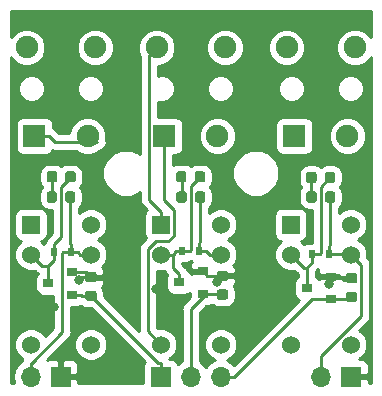
<source format=gbr>
G04 #@! TF.GenerationSoftware,KiCad,Pcbnew,5.0.1-33cea8e~68~ubuntu18.04.1*
G04 #@! TF.CreationDate,2018-11-09T17:01:54+09:00*
G04 #@! TF.ProjectId,relay_jacks,72656C61795F6A61636B732E6B696361,rev?*
G04 #@! TF.SameCoordinates,Original*
G04 #@! TF.FileFunction,Copper,L1,Top,Signal*
G04 #@! TF.FilePolarity,Positive*
%FSLAX46Y46*%
G04 Gerber Fmt 4.6, Leading zero omitted, Abs format (unit mm)*
G04 Created by KiCad (PCBNEW 5.0.1-33cea8e~68~ubuntu18.04.1) date 2018年11月09日 17時01分54秒*
%MOMM*%
%LPD*%
G01*
G04 APERTURE LIST*
G04 #@! TA.AperFunction,ComponentPad*
%ADD10R,1.524000X1.524000*%
G04 #@! TD*
G04 #@! TA.AperFunction,ComponentPad*
%ADD11C,1.524000*%
G04 #@! TD*
G04 #@! TA.AperFunction,ComponentPad*
%ADD12C,1.900000*%
G04 #@! TD*
G04 #@! TA.AperFunction,ComponentPad*
%ADD13R,1.900000X1.900000*%
G04 #@! TD*
G04 #@! TA.AperFunction,Conductor*
%ADD14C,0.100000*%
G04 #@! TD*
G04 #@! TA.AperFunction,SMDPad,CuDef*
%ADD15C,0.875000*%
G04 #@! TD*
G04 #@! TA.AperFunction,SMDPad,CuDef*
%ADD16R,0.600000X0.700000*%
G04 #@! TD*
G04 #@! TA.AperFunction,ComponentPad*
%ADD17R,1.700000X1.700000*%
G04 #@! TD*
G04 #@! TA.AperFunction,ComponentPad*
%ADD18O,1.700000X1.700000*%
G04 #@! TD*
G04 #@! TA.AperFunction,SMDPad,CuDef*
%ADD19R,0.900000X0.800000*%
G04 #@! TD*
G04 #@! TA.AperFunction,ViaPad*
%ADD20C,0.800000*%
G04 #@! TD*
G04 #@! TA.AperFunction,Conductor*
%ADD21C,0.250000*%
G04 #@! TD*
G04 #@! TA.AperFunction,Conductor*
%ADD22C,0.254000*%
G04 #@! TD*
G04 APERTURE END LIST*
D10*
G04 #@! TO.P,K1,1*
G04 #@! TO.N,Net-(J1-Pad4)*
X74852000Y-105696000D03*
D11*
G04 #@! TO.P,K1,2*
G04 #@! TO.N,Net-(K1-Pad2)*
X79932000Y-105696000D03*
G04 #@! TO.P,K1,3*
G04 #@! TO.N,Net-(D2-Pad1)*
X74852000Y-108236000D03*
G04 #@! TO.P,K1,4*
G04 #@! TO.N,+5V*
X79932000Y-108236000D03*
G04 #@! TO.P,K1,5*
G04 #@! TO.N,Net-(J1-Pad2)*
X74852000Y-115856000D03*
G04 #@! TO.P,K1,6*
X79932000Y-115856000D03*
G04 #@! TD*
D12*
G04 #@! TO.P,J5,3*
G04 #@! TO.N,Net-(J5-Pad2)*
X90642000Y-98202000D03*
D13*
G04 #@! TO.P,J5,2*
X86142000Y-98202000D03*
D12*
G04 #@! TO.P,J5,4*
G04 #@! TO.N,Net-(J5-Pad4)*
X91292000Y-90702000D03*
X85492000Y-90702000D03*
G04 #@! TD*
G04 #@! TO.P,J6,3*
G04 #@! TO.N,Net-(J6-Pad2)*
X101642000Y-98202000D03*
D13*
G04 #@! TO.P,J6,2*
X97142000Y-98202000D03*
D12*
G04 #@! TO.P,J6,4*
G04 #@! TO.N,Net-(J6-Pad4)*
X102292000Y-90702000D03*
X96492000Y-90702000D03*
G04 #@! TD*
D11*
G04 #@! TO.P,K2,6*
G04 #@! TO.N,Net-(J5-Pad2)*
X90932000Y-115856000D03*
G04 #@! TO.P,K2,5*
X85852000Y-115856000D03*
G04 #@! TO.P,K2,4*
G04 #@! TO.N,+5V*
X90932000Y-108236000D03*
G04 #@! TO.P,K2,3*
G04 #@! TO.N,Net-(D4-Pad1)*
X85852000Y-108236000D03*
G04 #@! TO.P,K2,2*
G04 #@! TO.N,Net-(K2-Pad2)*
X90932000Y-105696000D03*
D10*
G04 #@! TO.P,K2,1*
G04 #@! TO.N,Net-(J5-Pad4)*
X85852000Y-105696000D03*
G04 #@! TD*
D12*
G04 #@! TO.P,J1,3*
G04 #@! TO.N,Net-(J1-Pad2)*
X79642000Y-98202000D03*
D13*
G04 #@! TO.P,J1,2*
X75142000Y-98202000D03*
D12*
G04 #@! TO.P,J1,4*
G04 #@! TO.N,Net-(J1-Pad4)*
X80292000Y-90702000D03*
X74492000Y-90702000D03*
G04 #@! TD*
D14*
G04 #@! TO.N,Net-(D1-Pad1)*
G04 #@! TO.C,D1*
G36*
X76844691Y-102894053D02*
X76865926Y-102897203D01*
X76886750Y-102902419D01*
X76906962Y-102909651D01*
X76926368Y-102918830D01*
X76944781Y-102929866D01*
X76962024Y-102942654D01*
X76977930Y-102957070D01*
X76992346Y-102972976D01*
X77005134Y-102990219D01*
X77016170Y-103008632D01*
X77025349Y-103028038D01*
X77032581Y-103048250D01*
X77037797Y-103069074D01*
X77040947Y-103090309D01*
X77042000Y-103111750D01*
X77042000Y-103624250D01*
X77040947Y-103645691D01*
X77037797Y-103666926D01*
X77032581Y-103687750D01*
X77025349Y-103707962D01*
X77016170Y-103727368D01*
X77005134Y-103745781D01*
X76992346Y-103763024D01*
X76977930Y-103778930D01*
X76962024Y-103793346D01*
X76944781Y-103806134D01*
X76926368Y-103817170D01*
X76906962Y-103826349D01*
X76886750Y-103833581D01*
X76865926Y-103838797D01*
X76844691Y-103841947D01*
X76823250Y-103843000D01*
X76385750Y-103843000D01*
X76364309Y-103841947D01*
X76343074Y-103838797D01*
X76322250Y-103833581D01*
X76302038Y-103826349D01*
X76282632Y-103817170D01*
X76264219Y-103806134D01*
X76246976Y-103793346D01*
X76231070Y-103778930D01*
X76216654Y-103763024D01*
X76203866Y-103745781D01*
X76192830Y-103727368D01*
X76183651Y-103707962D01*
X76176419Y-103687750D01*
X76171203Y-103666926D01*
X76168053Y-103645691D01*
X76167000Y-103624250D01*
X76167000Y-103111750D01*
X76168053Y-103090309D01*
X76171203Y-103069074D01*
X76176419Y-103048250D01*
X76183651Y-103028038D01*
X76192830Y-103008632D01*
X76203866Y-102990219D01*
X76216654Y-102972976D01*
X76231070Y-102957070D01*
X76246976Y-102942654D01*
X76264219Y-102929866D01*
X76282632Y-102918830D01*
X76302038Y-102909651D01*
X76322250Y-102902419D01*
X76343074Y-102897203D01*
X76364309Y-102894053D01*
X76385750Y-102893000D01*
X76823250Y-102893000D01*
X76844691Y-102894053D01*
X76844691Y-102894053D01*
G37*
D15*
G04 #@! TD*
G04 #@! TO.P,D1,1*
G04 #@! TO.N,Net-(D1-Pad1)*
X76604500Y-103368000D03*
D14*
G04 #@! TO.N,+5V*
G04 #@! TO.C,D1*
G36*
X78419691Y-102894053D02*
X78440926Y-102897203D01*
X78461750Y-102902419D01*
X78481962Y-102909651D01*
X78501368Y-102918830D01*
X78519781Y-102929866D01*
X78537024Y-102942654D01*
X78552930Y-102957070D01*
X78567346Y-102972976D01*
X78580134Y-102990219D01*
X78591170Y-103008632D01*
X78600349Y-103028038D01*
X78607581Y-103048250D01*
X78612797Y-103069074D01*
X78615947Y-103090309D01*
X78617000Y-103111750D01*
X78617000Y-103624250D01*
X78615947Y-103645691D01*
X78612797Y-103666926D01*
X78607581Y-103687750D01*
X78600349Y-103707962D01*
X78591170Y-103727368D01*
X78580134Y-103745781D01*
X78567346Y-103763024D01*
X78552930Y-103778930D01*
X78537024Y-103793346D01*
X78519781Y-103806134D01*
X78501368Y-103817170D01*
X78481962Y-103826349D01*
X78461750Y-103833581D01*
X78440926Y-103838797D01*
X78419691Y-103841947D01*
X78398250Y-103843000D01*
X77960750Y-103843000D01*
X77939309Y-103841947D01*
X77918074Y-103838797D01*
X77897250Y-103833581D01*
X77877038Y-103826349D01*
X77857632Y-103817170D01*
X77839219Y-103806134D01*
X77821976Y-103793346D01*
X77806070Y-103778930D01*
X77791654Y-103763024D01*
X77778866Y-103745781D01*
X77767830Y-103727368D01*
X77758651Y-103707962D01*
X77751419Y-103687750D01*
X77746203Y-103666926D01*
X77743053Y-103645691D01*
X77742000Y-103624250D01*
X77742000Y-103111750D01*
X77743053Y-103090309D01*
X77746203Y-103069074D01*
X77751419Y-103048250D01*
X77758651Y-103028038D01*
X77767830Y-103008632D01*
X77778866Y-102990219D01*
X77791654Y-102972976D01*
X77806070Y-102957070D01*
X77821976Y-102942654D01*
X77839219Y-102929866D01*
X77857632Y-102918830D01*
X77877038Y-102909651D01*
X77897250Y-102902419D01*
X77918074Y-102897203D01*
X77939309Y-102894053D01*
X77960750Y-102893000D01*
X78398250Y-102893000D01*
X78419691Y-102894053D01*
X78419691Y-102894053D01*
G37*
D15*
G04 #@! TD*
G04 #@! TO.P,D1,2*
G04 #@! TO.N,+5V*
X78179500Y-103368000D03*
D16*
G04 #@! TO.P,D2,2*
G04 #@! TO.N,+5V*
X78208100Y-108026000D03*
G04 #@! TO.P,D2,1*
G04 #@! TO.N,Net-(D2-Pad1)*
X76808100Y-108026000D03*
G04 #@! TD*
D17*
G04 #@! TO.P,J2,1*
G04 #@! TO.N,SIG0*
X85826600Y-118567000D03*
D18*
G04 #@! TO.P,J2,2*
G04 #@! TO.N,SIG1*
X88366600Y-118567000D03*
G04 #@! TO.P,J2,3*
G04 #@! TO.N,SIG2*
X90906600Y-118567000D03*
G04 #@! TD*
D17*
G04 #@! TO.P,J3,1*
G04 #@! TO.N,GND*
X77368400Y-118567000D03*
D18*
G04 #@! TO.P,J3,2*
G04 #@! TO.N,+5V*
X74828400Y-118567000D03*
G04 #@! TD*
G04 #@! TO.P,J4,2*
G04 #@! TO.N,+5V*
X99416000Y-118567000D03*
D17*
G04 #@! TO.P,J4,1*
G04 #@! TO.N,GND*
X101956000Y-118567000D03*
G04 #@! TD*
D19*
G04 #@! TO.P,Q1,1*
G04 #@! TO.N,SIG0*
X78330300Y-111630000D03*
G04 #@! TO.P,Q1,2*
G04 #@! TO.N,GND*
X78330300Y-109730000D03*
G04 #@! TO.P,Q1,3*
G04 #@! TO.N,Net-(D2-Pad1)*
X76330300Y-110680000D03*
G04 #@! TD*
D14*
G04 #@! TO.N,Net-(D1-Pad1)*
G04 #@! TO.C,R1*
G36*
X76871791Y-101190053D02*
X76893026Y-101193203D01*
X76913850Y-101198419D01*
X76934062Y-101205651D01*
X76953468Y-101214830D01*
X76971881Y-101225866D01*
X76989124Y-101238654D01*
X77005030Y-101253070D01*
X77019446Y-101268976D01*
X77032234Y-101286219D01*
X77043270Y-101304632D01*
X77052449Y-101324038D01*
X77059681Y-101344250D01*
X77064897Y-101365074D01*
X77068047Y-101386309D01*
X77069100Y-101407750D01*
X77069100Y-101920250D01*
X77068047Y-101941691D01*
X77064897Y-101962926D01*
X77059681Y-101983750D01*
X77052449Y-102003962D01*
X77043270Y-102023368D01*
X77032234Y-102041781D01*
X77019446Y-102059024D01*
X77005030Y-102074930D01*
X76989124Y-102089346D01*
X76971881Y-102102134D01*
X76953468Y-102113170D01*
X76934062Y-102122349D01*
X76913850Y-102129581D01*
X76893026Y-102134797D01*
X76871791Y-102137947D01*
X76850350Y-102139000D01*
X76412850Y-102139000D01*
X76391409Y-102137947D01*
X76370174Y-102134797D01*
X76349350Y-102129581D01*
X76329138Y-102122349D01*
X76309732Y-102113170D01*
X76291319Y-102102134D01*
X76274076Y-102089346D01*
X76258170Y-102074930D01*
X76243754Y-102059024D01*
X76230966Y-102041781D01*
X76219930Y-102023368D01*
X76210751Y-102003962D01*
X76203519Y-101983750D01*
X76198303Y-101962926D01*
X76195153Y-101941691D01*
X76194100Y-101920250D01*
X76194100Y-101407750D01*
X76195153Y-101386309D01*
X76198303Y-101365074D01*
X76203519Y-101344250D01*
X76210751Y-101324038D01*
X76219930Y-101304632D01*
X76230966Y-101286219D01*
X76243754Y-101268976D01*
X76258170Y-101253070D01*
X76274076Y-101238654D01*
X76291319Y-101225866D01*
X76309732Y-101214830D01*
X76329138Y-101205651D01*
X76349350Y-101198419D01*
X76370174Y-101193203D01*
X76391409Y-101190053D01*
X76412850Y-101189000D01*
X76850350Y-101189000D01*
X76871791Y-101190053D01*
X76871791Y-101190053D01*
G37*
D15*
G04 #@! TD*
G04 #@! TO.P,R1,2*
G04 #@! TO.N,Net-(D1-Pad1)*
X76631600Y-101664000D03*
D14*
G04 #@! TO.N,Net-(D2-Pad1)*
G04 #@! TO.C,R1*
G36*
X78446791Y-101190053D02*
X78468026Y-101193203D01*
X78488850Y-101198419D01*
X78509062Y-101205651D01*
X78528468Y-101214830D01*
X78546881Y-101225866D01*
X78564124Y-101238654D01*
X78580030Y-101253070D01*
X78594446Y-101268976D01*
X78607234Y-101286219D01*
X78618270Y-101304632D01*
X78627449Y-101324038D01*
X78634681Y-101344250D01*
X78639897Y-101365074D01*
X78643047Y-101386309D01*
X78644100Y-101407750D01*
X78644100Y-101920250D01*
X78643047Y-101941691D01*
X78639897Y-101962926D01*
X78634681Y-101983750D01*
X78627449Y-102003962D01*
X78618270Y-102023368D01*
X78607234Y-102041781D01*
X78594446Y-102059024D01*
X78580030Y-102074930D01*
X78564124Y-102089346D01*
X78546881Y-102102134D01*
X78528468Y-102113170D01*
X78509062Y-102122349D01*
X78488850Y-102129581D01*
X78468026Y-102134797D01*
X78446791Y-102137947D01*
X78425350Y-102139000D01*
X77987850Y-102139000D01*
X77966409Y-102137947D01*
X77945174Y-102134797D01*
X77924350Y-102129581D01*
X77904138Y-102122349D01*
X77884732Y-102113170D01*
X77866319Y-102102134D01*
X77849076Y-102089346D01*
X77833170Y-102074930D01*
X77818754Y-102059024D01*
X77805966Y-102041781D01*
X77794930Y-102023368D01*
X77785751Y-102003962D01*
X77778519Y-101983750D01*
X77773303Y-101962926D01*
X77770153Y-101941691D01*
X77769100Y-101920250D01*
X77769100Y-101407750D01*
X77770153Y-101386309D01*
X77773303Y-101365074D01*
X77778519Y-101344250D01*
X77785751Y-101324038D01*
X77794930Y-101304632D01*
X77805966Y-101286219D01*
X77818754Y-101268976D01*
X77833170Y-101253070D01*
X77849076Y-101238654D01*
X77866319Y-101225866D01*
X77884732Y-101214830D01*
X77904138Y-101205651D01*
X77924350Y-101198419D01*
X77945174Y-101193203D01*
X77966409Y-101190053D01*
X77987850Y-101189000D01*
X78425350Y-101189000D01*
X78446791Y-101190053D01*
X78446791Y-101190053D01*
G37*
D15*
G04 #@! TD*
G04 #@! TO.P,R1,1*
G04 #@! TO.N,Net-(D2-Pad1)*
X78206600Y-101664000D03*
D14*
G04 #@! TO.N,SIG0*
G04 #@! TO.C,R2*
G36*
X80211491Y-111285053D02*
X80232726Y-111288203D01*
X80253550Y-111293419D01*
X80273762Y-111300651D01*
X80293168Y-111309830D01*
X80311581Y-111320866D01*
X80328824Y-111333654D01*
X80344730Y-111348070D01*
X80359146Y-111363976D01*
X80371934Y-111381219D01*
X80382970Y-111399632D01*
X80392149Y-111419038D01*
X80399381Y-111439250D01*
X80404597Y-111460074D01*
X80407747Y-111481309D01*
X80408800Y-111502750D01*
X80408800Y-111940250D01*
X80407747Y-111961691D01*
X80404597Y-111982926D01*
X80399381Y-112003750D01*
X80392149Y-112023962D01*
X80382970Y-112043368D01*
X80371934Y-112061781D01*
X80359146Y-112079024D01*
X80344730Y-112094930D01*
X80328824Y-112109346D01*
X80311581Y-112122134D01*
X80293168Y-112133170D01*
X80273762Y-112142349D01*
X80253550Y-112149581D01*
X80232726Y-112154797D01*
X80211491Y-112157947D01*
X80190050Y-112159000D01*
X79677550Y-112159000D01*
X79656109Y-112157947D01*
X79634874Y-112154797D01*
X79614050Y-112149581D01*
X79593838Y-112142349D01*
X79574432Y-112133170D01*
X79556019Y-112122134D01*
X79538776Y-112109346D01*
X79522870Y-112094930D01*
X79508454Y-112079024D01*
X79495666Y-112061781D01*
X79484630Y-112043368D01*
X79475451Y-112023962D01*
X79468219Y-112003750D01*
X79463003Y-111982926D01*
X79459853Y-111961691D01*
X79458800Y-111940250D01*
X79458800Y-111502750D01*
X79459853Y-111481309D01*
X79463003Y-111460074D01*
X79468219Y-111439250D01*
X79475451Y-111419038D01*
X79484630Y-111399632D01*
X79495666Y-111381219D01*
X79508454Y-111363976D01*
X79522870Y-111348070D01*
X79538776Y-111333654D01*
X79556019Y-111320866D01*
X79574432Y-111309830D01*
X79593838Y-111300651D01*
X79614050Y-111293419D01*
X79634874Y-111288203D01*
X79656109Y-111285053D01*
X79677550Y-111284000D01*
X80190050Y-111284000D01*
X80211491Y-111285053D01*
X80211491Y-111285053D01*
G37*
D15*
G04 #@! TD*
G04 #@! TO.P,R2,1*
G04 #@! TO.N,SIG0*
X79933800Y-111721500D03*
D14*
G04 #@! TO.N,GND*
G04 #@! TO.C,R2*
G36*
X80211491Y-109710053D02*
X80232726Y-109713203D01*
X80253550Y-109718419D01*
X80273762Y-109725651D01*
X80293168Y-109734830D01*
X80311581Y-109745866D01*
X80328824Y-109758654D01*
X80344730Y-109773070D01*
X80359146Y-109788976D01*
X80371934Y-109806219D01*
X80382970Y-109824632D01*
X80392149Y-109844038D01*
X80399381Y-109864250D01*
X80404597Y-109885074D01*
X80407747Y-109906309D01*
X80408800Y-109927750D01*
X80408800Y-110365250D01*
X80407747Y-110386691D01*
X80404597Y-110407926D01*
X80399381Y-110428750D01*
X80392149Y-110448962D01*
X80382970Y-110468368D01*
X80371934Y-110486781D01*
X80359146Y-110504024D01*
X80344730Y-110519930D01*
X80328824Y-110534346D01*
X80311581Y-110547134D01*
X80293168Y-110558170D01*
X80273762Y-110567349D01*
X80253550Y-110574581D01*
X80232726Y-110579797D01*
X80211491Y-110582947D01*
X80190050Y-110584000D01*
X79677550Y-110584000D01*
X79656109Y-110582947D01*
X79634874Y-110579797D01*
X79614050Y-110574581D01*
X79593838Y-110567349D01*
X79574432Y-110558170D01*
X79556019Y-110547134D01*
X79538776Y-110534346D01*
X79522870Y-110519930D01*
X79508454Y-110504024D01*
X79495666Y-110486781D01*
X79484630Y-110468368D01*
X79475451Y-110448962D01*
X79468219Y-110428750D01*
X79463003Y-110407926D01*
X79459853Y-110386691D01*
X79458800Y-110365250D01*
X79458800Y-109927750D01*
X79459853Y-109906309D01*
X79463003Y-109885074D01*
X79468219Y-109864250D01*
X79475451Y-109844038D01*
X79484630Y-109824632D01*
X79495666Y-109806219D01*
X79508454Y-109788976D01*
X79522870Y-109773070D01*
X79538776Y-109758654D01*
X79556019Y-109745866D01*
X79574432Y-109734830D01*
X79593838Y-109725651D01*
X79614050Y-109718419D01*
X79634874Y-109713203D01*
X79656109Y-109710053D01*
X79677550Y-109709000D01*
X80190050Y-109709000D01*
X80211491Y-109710053D01*
X80211491Y-109710053D01*
G37*
D15*
G04 #@! TD*
G04 #@! TO.P,R2,2*
G04 #@! TO.N,GND*
X79933800Y-110146500D03*
D14*
G04 #@! TO.N,Net-(D3-Pad1)*
G04 #@! TO.C,D3*
G36*
X87844691Y-102894053D02*
X87865926Y-102897203D01*
X87886750Y-102902419D01*
X87906962Y-102909651D01*
X87926368Y-102918830D01*
X87944781Y-102929866D01*
X87962024Y-102942654D01*
X87977930Y-102957070D01*
X87992346Y-102972976D01*
X88005134Y-102990219D01*
X88016170Y-103008632D01*
X88025349Y-103028038D01*
X88032581Y-103048250D01*
X88037797Y-103069074D01*
X88040947Y-103090309D01*
X88042000Y-103111750D01*
X88042000Y-103624250D01*
X88040947Y-103645691D01*
X88037797Y-103666926D01*
X88032581Y-103687750D01*
X88025349Y-103707962D01*
X88016170Y-103727368D01*
X88005134Y-103745781D01*
X87992346Y-103763024D01*
X87977930Y-103778930D01*
X87962024Y-103793346D01*
X87944781Y-103806134D01*
X87926368Y-103817170D01*
X87906962Y-103826349D01*
X87886750Y-103833581D01*
X87865926Y-103838797D01*
X87844691Y-103841947D01*
X87823250Y-103843000D01*
X87385750Y-103843000D01*
X87364309Y-103841947D01*
X87343074Y-103838797D01*
X87322250Y-103833581D01*
X87302038Y-103826349D01*
X87282632Y-103817170D01*
X87264219Y-103806134D01*
X87246976Y-103793346D01*
X87231070Y-103778930D01*
X87216654Y-103763024D01*
X87203866Y-103745781D01*
X87192830Y-103727368D01*
X87183651Y-103707962D01*
X87176419Y-103687750D01*
X87171203Y-103666926D01*
X87168053Y-103645691D01*
X87167000Y-103624250D01*
X87167000Y-103111750D01*
X87168053Y-103090309D01*
X87171203Y-103069074D01*
X87176419Y-103048250D01*
X87183651Y-103028038D01*
X87192830Y-103008632D01*
X87203866Y-102990219D01*
X87216654Y-102972976D01*
X87231070Y-102957070D01*
X87246976Y-102942654D01*
X87264219Y-102929866D01*
X87282632Y-102918830D01*
X87302038Y-102909651D01*
X87322250Y-102902419D01*
X87343074Y-102897203D01*
X87364309Y-102894053D01*
X87385750Y-102893000D01*
X87823250Y-102893000D01*
X87844691Y-102894053D01*
X87844691Y-102894053D01*
G37*
D15*
G04 #@! TD*
G04 #@! TO.P,D3,1*
G04 #@! TO.N,Net-(D3-Pad1)*
X87604500Y-103368000D03*
D14*
G04 #@! TO.N,+5V*
G04 #@! TO.C,D3*
G36*
X89419691Y-102894053D02*
X89440926Y-102897203D01*
X89461750Y-102902419D01*
X89481962Y-102909651D01*
X89501368Y-102918830D01*
X89519781Y-102929866D01*
X89537024Y-102942654D01*
X89552930Y-102957070D01*
X89567346Y-102972976D01*
X89580134Y-102990219D01*
X89591170Y-103008632D01*
X89600349Y-103028038D01*
X89607581Y-103048250D01*
X89612797Y-103069074D01*
X89615947Y-103090309D01*
X89617000Y-103111750D01*
X89617000Y-103624250D01*
X89615947Y-103645691D01*
X89612797Y-103666926D01*
X89607581Y-103687750D01*
X89600349Y-103707962D01*
X89591170Y-103727368D01*
X89580134Y-103745781D01*
X89567346Y-103763024D01*
X89552930Y-103778930D01*
X89537024Y-103793346D01*
X89519781Y-103806134D01*
X89501368Y-103817170D01*
X89481962Y-103826349D01*
X89461750Y-103833581D01*
X89440926Y-103838797D01*
X89419691Y-103841947D01*
X89398250Y-103843000D01*
X88960750Y-103843000D01*
X88939309Y-103841947D01*
X88918074Y-103838797D01*
X88897250Y-103833581D01*
X88877038Y-103826349D01*
X88857632Y-103817170D01*
X88839219Y-103806134D01*
X88821976Y-103793346D01*
X88806070Y-103778930D01*
X88791654Y-103763024D01*
X88778866Y-103745781D01*
X88767830Y-103727368D01*
X88758651Y-103707962D01*
X88751419Y-103687750D01*
X88746203Y-103666926D01*
X88743053Y-103645691D01*
X88742000Y-103624250D01*
X88742000Y-103111750D01*
X88743053Y-103090309D01*
X88746203Y-103069074D01*
X88751419Y-103048250D01*
X88758651Y-103028038D01*
X88767830Y-103008632D01*
X88778866Y-102990219D01*
X88791654Y-102972976D01*
X88806070Y-102957070D01*
X88821976Y-102942654D01*
X88839219Y-102929866D01*
X88857632Y-102918830D01*
X88877038Y-102909651D01*
X88897250Y-102902419D01*
X88918074Y-102897203D01*
X88939309Y-102894053D01*
X88960750Y-102893000D01*
X89398250Y-102893000D01*
X89419691Y-102894053D01*
X89419691Y-102894053D01*
G37*
D15*
G04 #@! TD*
G04 #@! TO.P,D3,2*
G04 #@! TO.N,+5V*
X89179500Y-103368000D03*
D16*
G04 #@! TO.P,D4,2*
G04 #@! TO.N,+5V*
X89077800Y-107950000D03*
G04 #@! TO.P,D4,1*
G04 #@! TO.N,Net-(D4-Pad1)*
X87677800Y-107950000D03*
G04 #@! TD*
D14*
G04 #@! TO.N,+5V*
G04 #@! TO.C,D5*
G36*
X100419691Y-102894053D02*
X100440926Y-102897203D01*
X100461750Y-102902419D01*
X100481962Y-102909651D01*
X100501368Y-102918830D01*
X100519781Y-102929866D01*
X100537024Y-102942654D01*
X100552930Y-102957070D01*
X100567346Y-102972976D01*
X100580134Y-102990219D01*
X100591170Y-103008632D01*
X100600349Y-103028038D01*
X100607581Y-103048250D01*
X100612797Y-103069074D01*
X100615947Y-103090309D01*
X100617000Y-103111750D01*
X100617000Y-103624250D01*
X100615947Y-103645691D01*
X100612797Y-103666926D01*
X100607581Y-103687750D01*
X100600349Y-103707962D01*
X100591170Y-103727368D01*
X100580134Y-103745781D01*
X100567346Y-103763024D01*
X100552930Y-103778930D01*
X100537024Y-103793346D01*
X100519781Y-103806134D01*
X100501368Y-103817170D01*
X100481962Y-103826349D01*
X100461750Y-103833581D01*
X100440926Y-103838797D01*
X100419691Y-103841947D01*
X100398250Y-103843000D01*
X99960750Y-103843000D01*
X99939309Y-103841947D01*
X99918074Y-103838797D01*
X99897250Y-103833581D01*
X99877038Y-103826349D01*
X99857632Y-103817170D01*
X99839219Y-103806134D01*
X99821976Y-103793346D01*
X99806070Y-103778930D01*
X99791654Y-103763024D01*
X99778866Y-103745781D01*
X99767830Y-103727368D01*
X99758651Y-103707962D01*
X99751419Y-103687750D01*
X99746203Y-103666926D01*
X99743053Y-103645691D01*
X99742000Y-103624250D01*
X99742000Y-103111750D01*
X99743053Y-103090309D01*
X99746203Y-103069074D01*
X99751419Y-103048250D01*
X99758651Y-103028038D01*
X99767830Y-103008632D01*
X99778866Y-102990219D01*
X99791654Y-102972976D01*
X99806070Y-102957070D01*
X99821976Y-102942654D01*
X99839219Y-102929866D01*
X99857632Y-102918830D01*
X99877038Y-102909651D01*
X99897250Y-102902419D01*
X99918074Y-102897203D01*
X99939309Y-102894053D01*
X99960750Y-102893000D01*
X100398250Y-102893000D01*
X100419691Y-102894053D01*
X100419691Y-102894053D01*
G37*
D15*
G04 #@! TD*
G04 #@! TO.P,D5,2*
G04 #@! TO.N,+5V*
X100179500Y-103368000D03*
D14*
G04 #@! TO.N,Net-(D5-Pad1)*
G04 #@! TO.C,D5*
G36*
X98844691Y-102894053D02*
X98865926Y-102897203D01*
X98886750Y-102902419D01*
X98906962Y-102909651D01*
X98926368Y-102918830D01*
X98944781Y-102929866D01*
X98962024Y-102942654D01*
X98977930Y-102957070D01*
X98992346Y-102972976D01*
X99005134Y-102990219D01*
X99016170Y-103008632D01*
X99025349Y-103028038D01*
X99032581Y-103048250D01*
X99037797Y-103069074D01*
X99040947Y-103090309D01*
X99042000Y-103111750D01*
X99042000Y-103624250D01*
X99040947Y-103645691D01*
X99037797Y-103666926D01*
X99032581Y-103687750D01*
X99025349Y-103707962D01*
X99016170Y-103727368D01*
X99005134Y-103745781D01*
X98992346Y-103763024D01*
X98977930Y-103778930D01*
X98962024Y-103793346D01*
X98944781Y-103806134D01*
X98926368Y-103817170D01*
X98906962Y-103826349D01*
X98886750Y-103833581D01*
X98865926Y-103838797D01*
X98844691Y-103841947D01*
X98823250Y-103843000D01*
X98385750Y-103843000D01*
X98364309Y-103841947D01*
X98343074Y-103838797D01*
X98322250Y-103833581D01*
X98302038Y-103826349D01*
X98282632Y-103817170D01*
X98264219Y-103806134D01*
X98246976Y-103793346D01*
X98231070Y-103778930D01*
X98216654Y-103763024D01*
X98203866Y-103745781D01*
X98192830Y-103727368D01*
X98183651Y-103707962D01*
X98176419Y-103687750D01*
X98171203Y-103666926D01*
X98168053Y-103645691D01*
X98167000Y-103624250D01*
X98167000Y-103111750D01*
X98168053Y-103090309D01*
X98171203Y-103069074D01*
X98176419Y-103048250D01*
X98183651Y-103028038D01*
X98192830Y-103008632D01*
X98203866Y-102990219D01*
X98216654Y-102972976D01*
X98231070Y-102957070D01*
X98246976Y-102942654D01*
X98264219Y-102929866D01*
X98282632Y-102918830D01*
X98302038Y-102909651D01*
X98322250Y-102902419D01*
X98343074Y-102897203D01*
X98364309Y-102894053D01*
X98385750Y-102893000D01*
X98823250Y-102893000D01*
X98844691Y-102894053D01*
X98844691Y-102894053D01*
G37*
D15*
G04 #@! TD*
G04 #@! TO.P,D5,1*
G04 #@! TO.N,Net-(D5-Pad1)*
X98604500Y-103368000D03*
D16*
G04 #@! TO.P,D6,1*
G04 #@! TO.N,Net-(D6-Pad1)*
X98677500Y-108229000D03*
G04 #@! TO.P,D6,2*
G04 #@! TO.N,+5V*
X100077500Y-108229000D03*
G04 #@! TD*
D10*
G04 #@! TO.P,K3,1*
G04 #@! TO.N,Net-(J6-Pad4)*
X96852000Y-105696000D03*
D11*
G04 #@! TO.P,K3,2*
G04 #@! TO.N,Net-(K3-Pad2)*
X101932000Y-105696000D03*
G04 #@! TO.P,K3,3*
G04 #@! TO.N,Net-(D6-Pad1)*
X96852000Y-108236000D03*
G04 #@! TO.P,K3,4*
G04 #@! TO.N,+5V*
X101932000Y-108236000D03*
G04 #@! TO.P,K3,5*
G04 #@! TO.N,Net-(J6-Pad2)*
X96852000Y-115856000D03*
G04 #@! TO.P,K3,6*
X101932000Y-115856000D03*
G04 #@! TD*
D19*
G04 #@! TO.P,Q2,1*
G04 #@! TO.N,SIG1*
X89404700Y-111554000D03*
G04 #@! TO.P,Q2,2*
G04 #@! TO.N,GND*
X89404700Y-109654000D03*
G04 #@! TO.P,Q2,3*
G04 #@! TO.N,Net-(D4-Pad1)*
X87404700Y-110604000D03*
G04 #@! TD*
G04 #@! TO.P,Q3,3*
G04 #@! TO.N,Net-(D6-Pad1)*
X98225100Y-111074000D03*
G04 #@! TO.P,Q3,2*
G04 #@! TO.N,GND*
X100225100Y-110124000D03*
G04 #@! TO.P,Q3,1*
G04 #@! TO.N,SIG2*
X100225100Y-112024000D03*
G04 #@! TD*
D14*
G04 #@! TO.N,GND*
G04 #@! TO.C,R3*
G36*
X91336691Y-109609053D02*
X91357926Y-109612203D01*
X91378750Y-109617419D01*
X91398962Y-109624651D01*
X91418368Y-109633830D01*
X91436781Y-109644866D01*
X91454024Y-109657654D01*
X91469930Y-109672070D01*
X91484346Y-109687976D01*
X91497134Y-109705219D01*
X91508170Y-109723632D01*
X91517349Y-109743038D01*
X91524581Y-109763250D01*
X91529797Y-109784074D01*
X91532947Y-109805309D01*
X91534000Y-109826750D01*
X91534000Y-110264250D01*
X91532947Y-110285691D01*
X91529797Y-110306926D01*
X91524581Y-110327750D01*
X91517349Y-110347962D01*
X91508170Y-110367368D01*
X91497134Y-110385781D01*
X91484346Y-110403024D01*
X91469930Y-110418930D01*
X91454024Y-110433346D01*
X91436781Y-110446134D01*
X91418368Y-110457170D01*
X91398962Y-110466349D01*
X91378750Y-110473581D01*
X91357926Y-110478797D01*
X91336691Y-110481947D01*
X91315250Y-110483000D01*
X90802750Y-110483000D01*
X90781309Y-110481947D01*
X90760074Y-110478797D01*
X90739250Y-110473581D01*
X90719038Y-110466349D01*
X90699632Y-110457170D01*
X90681219Y-110446134D01*
X90663976Y-110433346D01*
X90648070Y-110418930D01*
X90633654Y-110403024D01*
X90620866Y-110385781D01*
X90609830Y-110367368D01*
X90600651Y-110347962D01*
X90593419Y-110327750D01*
X90588203Y-110306926D01*
X90585053Y-110285691D01*
X90584000Y-110264250D01*
X90584000Y-109826750D01*
X90585053Y-109805309D01*
X90588203Y-109784074D01*
X90593419Y-109763250D01*
X90600651Y-109743038D01*
X90609830Y-109723632D01*
X90620866Y-109705219D01*
X90633654Y-109687976D01*
X90648070Y-109672070D01*
X90663976Y-109657654D01*
X90681219Y-109644866D01*
X90699632Y-109633830D01*
X90719038Y-109624651D01*
X90739250Y-109617419D01*
X90760074Y-109612203D01*
X90781309Y-109609053D01*
X90802750Y-109608000D01*
X91315250Y-109608000D01*
X91336691Y-109609053D01*
X91336691Y-109609053D01*
G37*
D15*
G04 #@! TD*
G04 #@! TO.P,R3,2*
G04 #@! TO.N,GND*
X91059000Y-110045500D03*
D14*
G04 #@! TO.N,SIG1*
G04 #@! TO.C,R3*
G36*
X91336691Y-111184053D02*
X91357926Y-111187203D01*
X91378750Y-111192419D01*
X91398962Y-111199651D01*
X91418368Y-111208830D01*
X91436781Y-111219866D01*
X91454024Y-111232654D01*
X91469930Y-111247070D01*
X91484346Y-111262976D01*
X91497134Y-111280219D01*
X91508170Y-111298632D01*
X91517349Y-111318038D01*
X91524581Y-111338250D01*
X91529797Y-111359074D01*
X91532947Y-111380309D01*
X91534000Y-111401750D01*
X91534000Y-111839250D01*
X91532947Y-111860691D01*
X91529797Y-111881926D01*
X91524581Y-111902750D01*
X91517349Y-111922962D01*
X91508170Y-111942368D01*
X91497134Y-111960781D01*
X91484346Y-111978024D01*
X91469930Y-111993930D01*
X91454024Y-112008346D01*
X91436781Y-112021134D01*
X91418368Y-112032170D01*
X91398962Y-112041349D01*
X91378750Y-112048581D01*
X91357926Y-112053797D01*
X91336691Y-112056947D01*
X91315250Y-112058000D01*
X90802750Y-112058000D01*
X90781309Y-112056947D01*
X90760074Y-112053797D01*
X90739250Y-112048581D01*
X90719038Y-112041349D01*
X90699632Y-112032170D01*
X90681219Y-112021134D01*
X90663976Y-112008346D01*
X90648070Y-111993930D01*
X90633654Y-111978024D01*
X90620866Y-111960781D01*
X90609830Y-111942368D01*
X90600651Y-111922962D01*
X90593419Y-111902750D01*
X90588203Y-111881926D01*
X90585053Y-111860691D01*
X90584000Y-111839250D01*
X90584000Y-111401750D01*
X90585053Y-111380309D01*
X90588203Y-111359074D01*
X90593419Y-111338250D01*
X90600651Y-111318038D01*
X90609830Y-111298632D01*
X90620866Y-111280219D01*
X90633654Y-111262976D01*
X90648070Y-111247070D01*
X90663976Y-111232654D01*
X90681219Y-111219866D01*
X90699632Y-111208830D01*
X90719038Y-111199651D01*
X90739250Y-111192419D01*
X90760074Y-111187203D01*
X90781309Y-111184053D01*
X90802750Y-111183000D01*
X91315250Y-111183000D01*
X91336691Y-111184053D01*
X91336691Y-111184053D01*
G37*
D15*
G04 #@! TD*
G04 #@! TO.P,R3,1*
G04 #@! TO.N,SIG1*
X91059000Y-111620500D03*
D14*
G04 #@! TO.N,Net-(D4-Pad1)*
G04 #@! TO.C,R4*
G36*
X89394291Y-101190053D02*
X89415526Y-101193203D01*
X89436350Y-101198419D01*
X89456562Y-101205651D01*
X89475968Y-101214830D01*
X89494381Y-101225866D01*
X89511624Y-101238654D01*
X89527530Y-101253070D01*
X89541946Y-101268976D01*
X89554734Y-101286219D01*
X89565770Y-101304632D01*
X89574949Y-101324038D01*
X89582181Y-101344250D01*
X89587397Y-101365074D01*
X89590547Y-101386309D01*
X89591600Y-101407750D01*
X89591600Y-101920250D01*
X89590547Y-101941691D01*
X89587397Y-101962926D01*
X89582181Y-101983750D01*
X89574949Y-102003962D01*
X89565770Y-102023368D01*
X89554734Y-102041781D01*
X89541946Y-102059024D01*
X89527530Y-102074930D01*
X89511624Y-102089346D01*
X89494381Y-102102134D01*
X89475968Y-102113170D01*
X89456562Y-102122349D01*
X89436350Y-102129581D01*
X89415526Y-102134797D01*
X89394291Y-102137947D01*
X89372850Y-102139000D01*
X88935350Y-102139000D01*
X88913909Y-102137947D01*
X88892674Y-102134797D01*
X88871850Y-102129581D01*
X88851638Y-102122349D01*
X88832232Y-102113170D01*
X88813819Y-102102134D01*
X88796576Y-102089346D01*
X88780670Y-102074930D01*
X88766254Y-102059024D01*
X88753466Y-102041781D01*
X88742430Y-102023368D01*
X88733251Y-102003962D01*
X88726019Y-101983750D01*
X88720803Y-101962926D01*
X88717653Y-101941691D01*
X88716600Y-101920250D01*
X88716600Y-101407750D01*
X88717653Y-101386309D01*
X88720803Y-101365074D01*
X88726019Y-101344250D01*
X88733251Y-101324038D01*
X88742430Y-101304632D01*
X88753466Y-101286219D01*
X88766254Y-101268976D01*
X88780670Y-101253070D01*
X88796576Y-101238654D01*
X88813819Y-101225866D01*
X88832232Y-101214830D01*
X88851638Y-101205651D01*
X88871850Y-101198419D01*
X88892674Y-101193203D01*
X88913909Y-101190053D01*
X88935350Y-101189000D01*
X89372850Y-101189000D01*
X89394291Y-101190053D01*
X89394291Y-101190053D01*
G37*
D15*
G04 #@! TD*
G04 #@! TO.P,R4,1*
G04 #@! TO.N,Net-(D4-Pad1)*
X89154100Y-101664000D03*
D14*
G04 #@! TO.N,Net-(D3-Pad1)*
G04 #@! TO.C,R4*
G36*
X87819291Y-101190053D02*
X87840526Y-101193203D01*
X87861350Y-101198419D01*
X87881562Y-101205651D01*
X87900968Y-101214830D01*
X87919381Y-101225866D01*
X87936624Y-101238654D01*
X87952530Y-101253070D01*
X87966946Y-101268976D01*
X87979734Y-101286219D01*
X87990770Y-101304632D01*
X87999949Y-101324038D01*
X88007181Y-101344250D01*
X88012397Y-101365074D01*
X88015547Y-101386309D01*
X88016600Y-101407750D01*
X88016600Y-101920250D01*
X88015547Y-101941691D01*
X88012397Y-101962926D01*
X88007181Y-101983750D01*
X87999949Y-102003962D01*
X87990770Y-102023368D01*
X87979734Y-102041781D01*
X87966946Y-102059024D01*
X87952530Y-102074930D01*
X87936624Y-102089346D01*
X87919381Y-102102134D01*
X87900968Y-102113170D01*
X87881562Y-102122349D01*
X87861350Y-102129581D01*
X87840526Y-102134797D01*
X87819291Y-102137947D01*
X87797850Y-102139000D01*
X87360350Y-102139000D01*
X87338909Y-102137947D01*
X87317674Y-102134797D01*
X87296850Y-102129581D01*
X87276638Y-102122349D01*
X87257232Y-102113170D01*
X87238819Y-102102134D01*
X87221576Y-102089346D01*
X87205670Y-102074930D01*
X87191254Y-102059024D01*
X87178466Y-102041781D01*
X87167430Y-102023368D01*
X87158251Y-102003962D01*
X87151019Y-101983750D01*
X87145803Y-101962926D01*
X87142653Y-101941691D01*
X87141600Y-101920250D01*
X87141600Y-101407750D01*
X87142653Y-101386309D01*
X87145803Y-101365074D01*
X87151019Y-101344250D01*
X87158251Y-101324038D01*
X87167430Y-101304632D01*
X87178466Y-101286219D01*
X87191254Y-101268976D01*
X87205670Y-101253070D01*
X87221576Y-101238654D01*
X87238819Y-101225866D01*
X87257232Y-101214830D01*
X87276638Y-101205651D01*
X87296850Y-101198419D01*
X87317674Y-101193203D01*
X87338909Y-101190053D01*
X87360350Y-101189000D01*
X87797850Y-101189000D01*
X87819291Y-101190053D01*
X87819291Y-101190053D01*
G37*
D15*
G04 #@! TD*
G04 #@! TO.P,R4,2*
G04 #@! TO.N,Net-(D3-Pad1)*
X87579100Y-101664000D03*
D14*
G04 #@! TO.N,GND*
G04 #@! TO.C,R5*
G36*
X102271691Y-109812053D02*
X102292926Y-109815203D01*
X102313750Y-109820419D01*
X102333962Y-109827651D01*
X102353368Y-109836830D01*
X102371781Y-109847866D01*
X102389024Y-109860654D01*
X102404930Y-109875070D01*
X102419346Y-109890976D01*
X102432134Y-109908219D01*
X102443170Y-109926632D01*
X102452349Y-109946038D01*
X102459581Y-109966250D01*
X102464797Y-109987074D01*
X102467947Y-110008309D01*
X102469000Y-110029750D01*
X102469000Y-110467250D01*
X102467947Y-110488691D01*
X102464797Y-110509926D01*
X102459581Y-110530750D01*
X102452349Y-110550962D01*
X102443170Y-110570368D01*
X102432134Y-110588781D01*
X102419346Y-110606024D01*
X102404930Y-110621930D01*
X102389024Y-110636346D01*
X102371781Y-110649134D01*
X102353368Y-110660170D01*
X102333962Y-110669349D01*
X102313750Y-110676581D01*
X102292926Y-110681797D01*
X102271691Y-110684947D01*
X102250250Y-110686000D01*
X101737750Y-110686000D01*
X101716309Y-110684947D01*
X101695074Y-110681797D01*
X101674250Y-110676581D01*
X101654038Y-110669349D01*
X101634632Y-110660170D01*
X101616219Y-110649134D01*
X101598976Y-110636346D01*
X101583070Y-110621930D01*
X101568654Y-110606024D01*
X101555866Y-110588781D01*
X101544830Y-110570368D01*
X101535651Y-110550962D01*
X101528419Y-110530750D01*
X101523203Y-110509926D01*
X101520053Y-110488691D01*
X101519000Y-110467250D01*
X101519000Y-110029750D01*
X101520053Y-110008309D01*
X101523203Y-109987074D01*
X101528419Y-109966250D01*
X101535651Y-109946038D01*
X101544830Y-109926632D01*
X101555866Y-109908219D01*
X101568654Y-109890976D01*
X101583070Y-109875070D01*
X101598976Y-109860654D01*
X101616219Y-109847866D01*
X101634632Y-109836830D01*
X101654038Y-109827651D01*
X101674250Y-109820419D01*
X101695074Y-109815203D01*
X101716309Y-109812053D01*
X101737750Y-109811000D01*
X102250250Y-109811000D01*
X102271691Y-109812053D01*
X102271691Y-109812053D01*
G37*
D15*
G04 #@! TD*
G04 #@! TO.P,R5,2*
G04 #@! TO.N,GND*
X101994000Y-110248500D03*
D14*
G04 #@! TO.N,SIG2*
G04 #@! TO.C,R5*
G36*
X102271691Y-111387053D02*
X102292926Y-111390203D01*
X102313750Y-111395419D01*
X102333962Y-111402651D01*
X102353368Y-111411830D01*
X102371781Y-111422866D01*
X102389024Y-111435654D01*
X102404930Y-111450070D01*
X102419346Y-111465976D01*
X102432134Y-111483219D01*
X102443170Y-111501632D01*
X102452349Y-111521038D01*
X102459581Y-111541250D01*
X102464797Y-111562074D01*
X102467947Y-111583309D01*
X102469000Y-111604750D01*
X102469000Y-112042250D01*
X102467947Y-112063691D01*
X102464797Y-112084926D01*
X102459581Y-112105750D01*
X102452349Y-112125962D01*
X102443170Y-112145368D01*
X102432134Y-112163781D01*
X102419346Y-112181024D01*
X102404930Y-112196930D01*
X102389024Y-112211346D01*
X102371781Y-112224134D01*
X102353368Y-112235170D01*
X102333962Y-112244349D01*
X102313750Y-112251581D01*
X102292926Y-112256797D01*
X102271691Y-112259947D01*
X102250250Y-112261000D01*
X101737750Y-112261000D01*
X101716309Y-112259947D01*
X101695074Y-112256797D01*
X101674250Y-112251581D01*
X101654038Y-112244349D01*
X101634632Y-112235170D01*
X101616219Y-112224134D01*
X101598976Y-112211346D01*
X101583070Y-112196930D01*
X101568654Y-112181024D01*
X101555866Y-112163781D01*
X101544830Y-112145368D01*
X101535651Y-112125962D01*
X101528419Y-112105750D01*
X101523203Y-112084926D01*
X101520053Y-112063691D01*
X101519000Y-112042250D01*
X101519000Y-111604750D01*
X101520053Y-111583309D01*
X101523203Y-111562074D01*
X101528419Y-111541250D01*
X101535651Y-111521038D01*
X101544830Y-111501632D01*
X101555866Y-111483219D01*
X101568654Y-111465976D01*
X101583070Y-111450070D01*
X101598976Y-111435654D01*
X101616219Y-111422866D01*
X101634632Y-111411830D01*
X101654038Y-111402651D01*
X101674250Y-111395419D01*
X101695074Y-111390203D01*
X101716309Y-111387053D01*
X101737750Y-111386000D01*
X102250250Y-111386000D01*
X102271691Y-111387053D01*
X102271691Y-111387053D01*
G37*
D15*
G04 #@! TD*
G04 #@! TO.P,R5,1*
G04 #@! TO.N,SIG2*
X101994000Y-111823500D03*
D14*
G04 #@! TO.N,Net-(D6-Pad1)*
G04 #@! TO.C,R6*
G36*
X100405191Y-101240053D02*
X100426426Y-101243203D01*
X100447250Y-101248419D01*
X100467462Y-101255651D01*
X100486868Y-101264830D01*
X100505281Y-101275866D01*
X100522524Y-101288654D01*
X100538430Y-101303070D01*
X100552846Y-101318976D01*
X100565634Y-101336219D01*
X100576670Y-101354632D01*
X100585849Y-101374038D01*
X100593081Y-101394250D01*
X100598297Y-101415074D01*
X100601447Y-101436309D01*
X100602500Y-101457750D01*
X100602500Y-101970250D01*
X100601447Y-101991691D01*
X100598297Y-102012926D01*
X100593081Y-102033750D01*
X100585849Y-102053962D01*
X100576670Y-102073368D01*
X100565634Y-102091781D01*
X100552846Y-102109024D01*
X100538430Y-102124930D01*
X100522524Y-102139346D01*
X100505281Y-102152134D01*
X100486868Y-102163170D01*
X100467462Y-102172349D01*
X100447250Y-102179581D01*
X100426426Y-102184797D01*
X100405191Y-102187947D01*
X100383750Y-102189000D01*
X99946250Y-102189000D01*
X99924809Y-102187947D01*
X99903574Y-102184797D01*
X99882750Y-102179581D01*
X99862538Y-102172349D01*
X99843132Y-102163170D01*
X99824719Y-102152134D01*
X99807476Y-102139346D01*
X99791570Y-102124930D01*
X99777154Y-102109024D01*
X99764366Y-102091781D01*
X99753330Y-102073368D01*
X99744151Y-102053962D01*
X99736919Y-102033750D01*
X99731703Y-102012926D01*
X99728553Y-101991691D01*
X99727500Y-101970250D01*
X99727500Y-101457750D01*
X99728553Y-101436309D01*
X99731703Y-101415074D01*
X99736919Y-101394250D01*
X99744151Y-101374038D01*
X99753330Y-101354632D01*
X99764366Y-101336219D01*
X99777154Y-101318976D01*
X99791570Y-101303070D01*
X99807476Y-101288654D01*
X99824719Y-101275866D01*
X99843132Y-101264830D01*
X99862538Y-101255651D01*
X99882750Y-101248419D01*
X99903574Y-101243203D01*
X99924809Y-101240053D01*
X99946250Y-101239000D01*
X100383750Y-101239000D01*
X100405191Y-101240053D01*
X100405191Y-101240053D01*
G37*
D15*
G04 #@! TD*
G04 #@! TO.P,R6,1*
G04 #@! TO.N,Net-(D6-Pad1)*
X100165000Y-101714000D03*
D14*
G04 #@! TO.N,Net-(D5-Pad1)*
G04 #@! TO.C,R6*
G36*
X98830191Y-101240053D02*
X98851426Y-101243203D01*
X98872250Y-101248419D01*
X98892462Y-101255651D01*
X98911868Y-101264830D01*
X98930281Y-101275866D01*
X98947524Y-101288654D01*
X98963430Y-101303070D01*
X98977846Y-101318976D01*
X98990634Y-101336219D01*
X99001670Y-101354632D01*
X99010849Y-101374038D01*
X99018081Y-101394250D01*
X99023297Y-101415074D01*
X99026447Y-101436309D01*
X99027500Y-101457750D01*
X99027500Y-101970250D01*
X99026447Y-101991691D01*
X99023297Y-102012926D01*
X99018081Y-102033750D01*
X99010849Y-102053962D01*
X99001670Y-102073368D01*
X98990634Y-102091781D01*
X98977846Y-102109024D01*
X98963430Y-102124930D01*
X98947524Y-102139346D01*
X98930281Y-102152134D01*
X98911868Y-102163170D01*
X98892462Y-102172349D01*
X98872250Y-102179581D01*
X98851426Y-102184797D01*
X98830191Y-102187947D01*
X98808750Y-102189000D01*
X98371250Y-102189000D01*
X98349809Y-102187947D01*
X98328574Y-102184797D01*
X98307750Y-102179581D01*
X98287538Y-102172349D01*
X98268132Y-102163170D01*
X98249719Y-102152134D01*
X98232476Y-102139346D01*
X98216570Y-102124930D01*
X98202154Y-102109024D01*
X98189366Y-102091781D01*
X98178330Y-102073368D01*
X98169151Y-102053962D01*
X98161919Y-102033750D01*
X98156703Y-102012926D01*
X98153553Y-101991691D01*
X98152500Y-101970250D01*
X98152500Y-101457750D01*
X98153553Y-101436309D01*
X98156703Y-101415074D01*
X98161919Y-101394250D01*
X98169151Y-101374038D01*
X98178330Y-101354632D01*
X98189366Y-101336219D01*
X98202154Y-101318976D01*
X98216570Y-101303070D01*
X98232476Y-101288654D01*
X98249719Y-101275866D01*
X98268132Y-101264830D01*
X98287538Y-101255651D01*
X98307750Y-101248419D01*
X98328574Y-101243203D01*
X98349809Y-101240053D01*
X98371250Y-101239000D01*
X98808750Y-101239000D01*
X98830191Y-101240053D01*
X98830191Y-101240053D01*
G37*
D15*
G04 #@! TD*
G04 #@! TO.P,R6,2*
G04 #@! TO.N,Net-(D5-Pad1)*
X98590000Y-101714000D03*
D20*
G04 #@! TO.N,GND*
X100088700Y-110705900D03*
X90594052Y-110585915D03*
X85467200Y-111188500D03*
X78879700Y-110401100D03*
X76794200Y-112699800D03*
X74549000Y-112636300D03*
G04 #@! TD*
D21*
G04 #@! TO.N,Net-(D1-Pad1)*
X76631600Y-101664000D02*
X76604500Y-101691100D01*
X76604500Y-101691100D02*
X76604500Y-103368000D01*
G04 #@! TO.N,+5V*
X100077500Y-108229000D02*
X100077500Y-107553700D01*
X100179500Y-103368000D02*
X100179500Y-107451700D01*
X100179500Y-107451700D02*
X100077500Y-107553700D01*
X100077500Y-108229000D02*
X101925000Y-108229000D01*
X101925000Y-108229000D02*
X101932000Y-108236000D01*
X89077800Y-107950000D02*
X89703100Y-107950000D01*
X90932000Y-108236000D02*
X89989100Y-108236000D01*
X89989100Y-108236000D02*
X89703100Y-107950000D01*
X78208100Y-108026000D02*
X78833400Y-108026000D01*
X79932000Y-108236000D02*
X79043400Y-108236000D01*
X79043400Y-108236000D02*
X78833400Y-108026000D01*
X74828400Y-118567000D02*
X74828400Y-117391700D01*
X78208100Y-108026000D02*
X77582800Y-108026000D01*
X77582800Y-108026000D02*
X77519200Y-108089600D01*
X77519200Y-108089600D02*
X77519200Y-114774400D01*
X77519200Y-114774400D02*
X74901900Y-117391700D01*
X74901900Y-117391700D02*
X74828400Y-117391700D01*
X78208100Y-107751100D02*
X78208100Y-108026000D01*
X78208100Y-107751100D02*
X78208100Y-107350700D01*
X78179500Y-103368000D02*
X78179500Y-107322100D01*
X78179500Y-107322100D02*
X78208100Y-107350700D01*
X89077800Y-107950000D02*
X89077800Y-107274700D01*
X89179500Y-103368000D02*
X89179500Y-107173000D01*
X89179500Y-107173000D02*
X89077800Y-107274700D01*
X99416000Y-118567000D02*
X99416000Y-116801100D01*
X99416000Y-116801100D02*
X102810100Y-113407000D01*
X102810100Y-113407000D02*
X102810100Y-109114100D01*
X102810100Y-109114100D02*
X101932000Y-108236000D01*
G04 #@! TO.N,Net-(D2-Pad1)*
X76330300Y-109179100D02*
X76808100Y-108701300D01*
X76330300Y-110680000D02*
X76330300Y-109179100D01*
X76330300Y-109179100D02*
X75795100Y-109179100D01*
X75795100Y-109179100D02*
X74852000Y-108236000D01*
X76808100Y-108026000D02*
X76808100Y-108701300D01*
X76808100Y-108026000D02*
X76808100Y-107350700D01*
X78206600Y-101664000D02*
X77392000Y-102478600D01*
X77392000Y-102478600D02*
X77392000Y-106766800D01*
X77392000Y-106766800D02*
X76808100Y-107350700D01*
G04 #@! TO.N,SIG0*
X85826600Y-118567000D02*
X85826600Y-117391700D01*
X79933800Y-111721500D02*
X85604000Y-117391700D01*
X85604000Y-117391700D02*
X85826600Y-117391700D01*
X79105600Y-111630000D02*
X79197100Y-111721500D01*
X79197100Y-111721500D02*
X79933800Y-111721500D01*
X78330300Y-111630000D02*
X79105600Y-111630000D01*
G04 #@! TO.N,SIG1*
X89680600Y-111554000D02*
X88366600Y-112868000D01*
X88366600Y-112868000D02*
X88366600Y-118567000D01*
X89680600Y-111554000D02*
X90180000Y-111554000D01*
X89404700Y-111554000D02*
X89680600Y-111554000D01*
X91059000Y-111620500D02*
X90246500Y-111620500D01*
X90246500Y-111620500D02*
X90180000Y-111554000D01*
G04 #@! TO.N,SIG2*
X100225100Y-112024000D02*
X98624900Y-112024000D01*
X98624900Y-112024000D02*
X92081900Y-118567000D01*
X101994000Y-111823500D02*
X101793500Y-112024000D01*
X101793500Y-112024000D02*
X100225100Y-112024000D01*
X90906600Y-118567000D02*
X92081900Y-118567000D01*
G04 #@! TO.N,GND*
X101994000Y-110248500D02*
X100546100Y-110248500D01*
X100546100Y-110248500D02*
X100088700Y-110705900D01*
X90594052Y-110510448D02*
X91059000Y-110045500D01*
X90594052Y-110585915D02*
X90594052Y-110510448D01*
X89796200Y-110045500D02*
X89404700Y-109654000D01*
X91059000Y-110045500D02*
X89796200Y-110045500D01*
X79517300Y-109730000D02*
X79933800Y-110146500D01*
X78330300Y-109730000D02*
X79517300Y-109730000D01*
X79933800Y-110146500D02*
X79134300Y-110146500D01*
X79134300Y-110146500D02*
X78879700Y-110401100D01*
X76794200Y-112699800D02*
X74612500Y-112699800D01*
X74612500Y-112699800D02*
X74549000Y-112636300D01*
G04 #@! TO.N,Net-(J1-Pad2)*
X75142000Y-98202000D02*
X76417300Y-98202000D01*
X79206700Y-98702000D02*
X76917300Y-98702000D01*
X76917300Y-98702000D02*
X76417300Y-98202000D01*
X79844400Y-98702000D02*
X79206700Y-98702000D01*
X79844400Y-98702000D02*
X79642000Y-98499600D01*
X79642000Y-98499600D02*
X79642000Y-98202000D01*
X80482000Y-98702000D02*
X79844400Y-98702000D01*
G04 #@! TO.N,Net-(D3-Pad1)*
X87579100Y-101664000D02*
X87604500Y-101689400D01*
X87604500Y-101689400D02*
X87604500Y-103368000D01*
G04 #@! TO.N,Net-(D4-Pad1)*
X87677800Y-107950000D02*
X88303100Y-107950000D01*
X89154100Y-101664000D02*
X88392100Y-102426000D01*
X88392100Y-102426000D02*
X88392100Y-107861000D01*
X88392100Y-107861000D02*
X88303100Y-107950000D01*
X87677800Y-107950000D02*
X87052500Y-107950000D01*
X86907900Y-108236000D02*
X86907900Y-109381900D01*
X86907900Y-109381900D02*
X87404700Y-109878700D01*
X87052500Y-107950000D02*
X87052500Y-108091400D01*
X87052500Y-108091400D02*
X86907900Y-108236000D01*
X86907900Y-108236000D02*
X85852000Y-108236000D01*
X87404700Y-110604000D02*
X87404700Y-109878700D01*
G04 #@! TO.N,Net-(D5-Pad1)*
X98604500Y-103368000D02*
X98590000Y-103353500D01*
X98590000Y-103353500D02*
X98590000Y-101714000D01*
G04 #@! TO.N,Net-(D6-Pad1)*
X98677500Y-108229000D02*
X99302800Y-108229000D01*
X100165000Y-101714000D02*
X99392000Y-102487000D01*
X99392000Y-102487000D02*
X99392000Y-108139800D01*
X99392000Y-108139800D02*
X99302800Y-108229000D01*
X98225100Y-109356700D02*
X98677500Y-108904300D01*
X98225100Y-111074000D02*
X98225100Y-109356700D01*
X98225100Y-109356700D02*
X97972700Y-109356700D01*
X97972700Y-109356700D02*
X96852000Y-108236000D01*
X98677500Y-108229000D02*
X98677500Y-108904300D01*
G04 #@! TO.N,Net-(J5-Pad2)*
X85852000Y-115856000D02*
X84742200Y-114746200D01*
X84742200Y-114746200D02*
X84742200Y-107783200D01*
X84742200Y-107783200D02*
X85423400Y-107102000D01*
X85423400Y-107102000D02*
X86465700Y-107102000D01*
X86465700Y-107102000D02*
X86939400Y-106628300D01*
X86939400Y-106628300D02*
X86939400Y-104437300D01*
X86939400Y-104437300D02*
X86142000Y-103639900D01*
X86142000Y-103639900D02*
X86142000Y-98202000D01*
G04 #@! TO.N,Net-(J5-Pad4)*
X85852000Y-105696000D02*
X85852000Y-104608700D01*
X85852000Y-104608700D02*
X84866600Y-103623300D01*
X84866600Y-103623300D02*
X84866600Y-91327400D01*
X84866600Y-91327400D02*
X85492000Y-90702000D01*
G04 #@! TD*
D22*
G04 #@! TO.N,GND*
G36*
X79346073Y-112740505D02*
X79677550Y-112806440D01*
X79943939Y-112806440D01*
X84469884Y-117332386D01*
X84378443Y-117469235D01*
X84329160Y-117717000D01*
X84329160Y-119133000D01*
X78853400Y-119133000D01*
X78853400Y-118852750D01*
X78694650Y-118694000D01*
X77495400Y-118694000D01*
X77495400Y-118714000D01*
X77241400Y-118714000D01*
X77241400Y-118694000D01*
X77221400Y-118694000D01*
X77221400Y-118440000D01*
X77241400Y-118440000D01*
X77241400Y-117240750D01*
X77495400Y-117240750D01*
X77495400Y-118440000D01*
X78694650Y-118440000D01*
X78853400Y-118281250D01*
X78853400Y-117590691D01*
X78756727Y-117357302D01*
X78578099Y-117178673D01*
X78344710Y-117082000D01*
X77654150Y-117082000D01*
X77495400Y-117240750D01*
X77241400Y-117240750D01*
X77082650Y-117082000D01*
X76392090Y-117082000D01*
X76211668Y-117156733D01*
X77790282Y-115578119D01*
X78535000Y-115578119D01*
X78535000Y-116133881D01*
X78747680Y-116647337D01*
X79140663Y-117040320D01*
X79654119Y-117253000D01*
X80209881Y-117253000D01*
X80723337Y-117040320D01*
X81116320Y-116647337D01*
X81329000Y-116133881D01*
X81329000Y-115578119D01*
X81116320Y-115064663D01*
X80723337Y-114671680D01*
X80209881Y-114459000D01*
X79654119Y-114459000D01*
X79140663Y-114671680D01*
X78747680Y-115064663D01*
X78535000Y-115578119D01*
X77790282Y-115578119D01*
X78003673Y-115364729D01*
X78067129Y-115322329D01*
X78235104Y-115070937D01*
X78279200Y-114849252D01*
X78279200Y-114849248D01*
X78294088Y-114774401D01*
X78279200Y-114699554D01*
X78279200Y-112677440D01*
X78780300Y-112677440D01*
X79028065Y-112628157D01*
X79102998Y-112578088D01*
X79346073Y-112740505D01*
X79346073Y-112740505D01*
G37*
X79346073Y-112740505D02*
X79677550Y-112806440D01*
X79943939Y-112806440D01*
X84469884Y-117332386D01*
X84378443Y-117469235D01*
X84329160Y-117717000D01*
X84329160Y-119133000D01*
X78853400Y-119133000D01*
X78853400Y-118852750D01*
X78694650Y-118694000D01*
X77495400Y-118694000D01*
X77495400Y-118714000D01*
X77241400Y-118714000D01*
X77241400Y-118694000D01*
X77221400Y-118694000D01*
X77221400Y-118440000D01*
X77241400Y-118440000D01*
X77241400Y-117240750D01*
X77495400Y-117240750D01*
X77495400Y-118440000D01*
X78694650Y-118440000D01*
X78853400Y-118281250D01*
X78853400Y-117590691D01*
X78756727Y-117357302D01*
X78578099Y-117178673D01*
X78344710Y-117082000D01*
X77654150Y-117082000D01*
X77495400Y-117240750D01*
X77241400Y-117240750D01*
X77082650Y-117082000D01*
X76392090Y-117082000D01*
X76211668Y-117156733D01*
X77790282Y-115578119D01*
X78535000Y-115578119D01*
X78535000Y-116133881D01*
X78747680Y-116647337D01*
X79140663Y-117040320D01*
X79654119Y-117253000D01*
X80209881Y-117253000D01*
X80723337Y-117040320D01*
X81116320Y-116647337D01*
X81329000Y-116133881D01*
X81329000Y-115578119D01*
X81116320Y-115064663D01*
X80723337Y-114671680D01*
X80209881Y-114459000D01*
X79654119Y-114459000D01*
X79140663Y-114671680D01*
X78747680Y-115064663D01*
X78535000Y-115578119D01*
X77790282Y-115578119D01*
X78003673Y-115364729D01*
X78067129Y-115322329D01*
X78235104Y-115070937D01*
X78279200Y-114849252D01*
X78279200Y-114849248D01*
X78294088Y-114774401D01*
X78279200Y-114699554D01*
X78279200Y-112677440D01*
X78780300Y-112677440D01*
X79028065Y-112628157D01*
X79102998Y-112578088D01*
X79346073Y-112740505D01*
G36*
X103657001Y-89855600D02*
X103635698Y-89804170D01*
X103189830Y-89358302D01*
X102607276Y-89117000D01*
X101976724Y-89117000D01*
X101394170Y-89358302D01*
X100948302Y-89804170D01*
X100707000Y-90386724D01*
X100707000Y-91017276D01*
X100948302Y-91599830D01*
X101394170Y-92045698D01*
X101976724Y-92287000D01*
X102607276Y-92287000D01*
X103189830Y-92045698D01*
X103635698Y-91599830D01*
X103657001Y-91548400D01*
X103657000Y-119133000D01*
X103441000Y-119133000D01*
X103441000Y-118852750D01*
X103282250Y-118694000D01*
X102083000Y-118694000D01*
X102083000Y-118714000D01*
X101829000Y-118714000D01*
X101829000Y-118694000D01*
X101809000Y-118694000D01*
X101809000Y-118440000D01*
X101829000Y-118440000D01*
X101829000Y-118420000D01*
X102083000Y-118420000D01*
X102083000Y-118440000D01*
X103282250Y-118440000D01*
X103441000Y-118281250D01*
X103441000Y-117590691D01*
X103344327Y-117357302D01*
X103165699Y-117178673D01*
X102932310Y-117082000D01*
X102622712Y-117082000D01*
X102723337Y-117040320D01*
X103116320Y-116647337D01*
X103329000Y-116133881D01*
X103329000Y-115578119D01*
X103116320Y-115064663D01*
X102723337Y-114671680D01*
X102650423Y-114641478D01*
X103294573Y-113997329D01*
X103358029Y-113954929D01*
X103526004Y-113703537D01*
X103570100Y-113481852D01*
X103570100Y-113481848D01*
X103584988Y-113407001D01*
X103570100Y-113332154D01*
X103570100Y-109188947D01*
X103584988Y-109114100D01*
X103570100Y-109039253D01*
X103570100Y-109039248D01*
X103526004Y-108817563D01*
X103358029Y-108566171D01*
X103318329Y-108539644D01*
X103329000Y-108513881D01*
X103329000Y-107958119D01*
X103116320Y-107444663D01*
X102723337Y-107051680D01*
X102516487Y-106966000D01*
X102723337Y-106880320D01*
X103116320Y-106487337D01*
X103329000Y-105973881D01*
X103329000Y-105418119D01*
X103116320Y-104904663D01*
X102723337Y-104511680D01*
X102209881Y-104299000D01*
X101654119Y-104299000D01*
X101140663Y-104511680D01*
X100939500Y-104712843D01*
X100939500Y-104284339D01*
X101010739Y-104236739D01*
X101198505Y-103955727D01*
X101264440Y-103624250D01*
X101264440Y-103111750D01*
X101198505Y-102780273D01*
X101031378Y-102530150D01*
X101184005Y-102301727D01*
X101249940Y-101970250D01*
X101249940Y-101457750D01*
X101184005Y-101126273D01*
X100996239Y-100845261D01*
X100715227Y-100657495D01*
X100383750Y-100591560D01*
X99946250Y-100591560D01*
X99614773Y-100657495D01*
X99377500Y-100816036D01*
X99140227Y-100657495D01*
X98808750Y-100591560D01*
X98371250Y-100591560D01*
X98039773Y-100657495D01*
X97758761Y-100845261D01*
X97570995Y-101126273D01*
X97505060Y-101457750D01*
X97505060Y-101970250D01*
X97570995Y-102301727D01*
X97738122Y-102551850D01*
X97585495Y-102780273D01*
X97519560Y-103111750D01*
X97519560Y-103624250D01*
X97585495Y-103955727D01*
X97773261Y-104236739D01*
X98054273Y-104424505D01*
X98385750Y-104490440D01*
X98632000Y-104490440D01*
X98632001Y-107231560D01*
X98377500Y-107231560D01*
X98129735Y-107280843D01*
X97975534Y-107383877D01*
X97683310Y-107091653D01*
X97861765Y-107056157D01*
X98071809Y-106915809D01*
X98212157Y-106705765D01*
X98261440Y-106458000D01*
X98261440Y-104934000D01*
X98212157Y-104686235D01*
X98071809Y-104476191D01*
X97861765Y-104335843D01*
X97614000Y-104286560D01*
X96090000Y-104286560D01*
X95842235Y-104335843D01*
X95632191Y-104476191D01*
X95491843Y-104686235D01*
X95442560Y-104934000D01*
X95442560Y-106458000D01*
X95491843Y-106705765D01*
X95632191Y-106915809D01*
X95842235Y-107056157D01*
X96020690Y-107091653D01*
X95667680Y-107444663D01*
X95455000Y-107958119D01*
X95455000Y-108513881D01*
X95667680Y-109027337D01*
X96060663Y-109420320D01*
X96574119Y-109633000D01*
X97129881Y-109633000D01*
X97161218Y-109620020D01*
X97382371Y-109841173D01*
X97424771Y-109904629D01*
X97465101Y-109931576D01*
X97465101Y-110117427D01*
X97317291Y-110216191D01*
X97176943Y-110426235D01*
X97127660Y-110674000D01*
X97127660Y-111474000D01*
X97176943Y-111721765D01*
X97317291Y-111931809D01*
X97512112Y-112061985D01*
X92017479Y-117556620D01*
X91977225Y-117496375D01*
X91486018Y-117168161D01*
X91437838Y-117158577D01*
X91723337Y-117040320D01*
X92116320Y-116647337D01*
X92329000Y-116133881D01*
X92329000Y-115578119D01*
X92116320Y-115064663D01*
X91723337Y-114671680D01*
X91209881Y-114459000D01*
X90654119Y-114459000D01*
X90140663Y-114671680D01*
X89747680Y-115064663D01*
X89535000Y-115578119D01*
X89535000Y-116133881D01*
X89747680Y-116647337D01*
X90140663Y-117040320D01*
X90409682Y-117151751D01*
X90327182Y-117168161D01*
X89835975Y-117496375D01*
X89636600Y-117794761D01*
X89437225Y-117496375D01*
X89126600Y-117288822D01*
X89126600Y-113182801D01*
X89707962Y-112601440D01*
X89854700Y-112601440D01*
X90102465Y-112552157D01*
X90221506Y-112472616D01*
X90471273Y-112639505D01*
X90802750Y-112705440D01*
X91315250Y-112705440D01*
X91646727Y-112639505D01*
X91927739Y-112451739D01*
X92115505Y-112170727D01*
X92181440Y-111839250D01*
X92181440Y-111401750D01*
X92115505Y-111070273D01*
X92007057Y-110907969D01*
X92072327Y-110842698D01*
X92169000Y-110609309D01*
X92169000Y-110331250D01*
X92010250Y-110172500D01*
X91186000Y-110172500D01*
X91186000Y-110192500D01*
X90932000Y-110192500D01*
X90932000Y-110172500D01*
X90912000Y-110172500D01*
X90912000Y-109918500D01*
X90932000Y-109918500D01*
X90932000Y-109898500D01*
X91186000Y-109898500D01*
X91186000Y-109918500D01*
X92010250Y-109918500D01*
X92169000Y-109759750D01*
X92169000Y-109481691D01*
X92072327Y-109248302D01*
X91983841Y-109159816D01*
X92116320Y-109027337D01*
X92329000Y-108513881D01*
X92329000Y-107958119D01*
X92116320Y-107444663D01*
X91723337Y-107051680D01*
X91516487Y-106966000D01*
X91723337Y-106880320D01*
X92116320Y-106487337D01*
X92329000Y-105973881D01*
X92329000Y-105418119D01*
X92116320Y-104904663D01*
X91723337Y-104511680D01*
X91209881Y-104299000D01*
X90654119Y-104299000D01*
X90140663Y-104511680D01*
X89939500Y-104712843D01*
X89939500Y-104284339D01*
X90010739Y-104236739D01*
X90198505Y-103955727D01*
X90264440Y-103624250D01*
X90264440Y-103111750D01*
X90198505Y-102780273D01*
X90010739Y-102499261D01*
X90008644Y-102497861D01*
X90173105Y-102251727D01*
X90239040Y-101920250D01*
X90239040Y-101407750D01*
X90173105Y-101076273D01*
X90089507Y-100951159D01*
X91907000Y-100951159D01*
X91907000Y-101740841D01*
X92209199Y-102470412D01*
X92767588Y-103028801D01*
X93497159Y-103331000D01*
X94286841Y-103331000D01*
X95016412Y-103028801D01*
X95574801Y-102470412D01*
X95877000Y-101740841D01*
X95877000Y-100951159D01*
X95574801Y-100221588D01*
X95016412Y-99663199D01*
X94286841Y-99361000D01*
X93497159Y-99361000D01*
X92767588Y-99663199D01*
X92209199Y-100221588D01*
X91907000Y-100951159D01*
X90089507Y-100951159D01*
X89985339Y-100795261D01*
X89704327Y-100607495D01*
X89372850Y-100541560D01*
X88935350Y-100541560D01*
X88603873Y-100607495D01*
X88366600Y-100766036D01*
X88129327Y-100607495D01*
X87797850Y-100541560D01*
X87360350Y-100541560D01*
X87028873Y-100607495D01*
X86902000Y-100692269D01*
X86902000Y-99799440D01*
X87092000Y-99799440D01*
X87339765Y-99750157D01*
X87549809Y-99609809D01*
X87690157Y-99399765D01*
X87739440Y-99152000D01*
X87739440Y-97886724D01*
X89057000Y-97886724D01*
X89057000Y-98517276D01*
X89298302Y-99099830D01*
X89744170Y-99545698D01*
X90326724Y-99787000D01*
X90957276Y-99787000D01*
X91539830Y-99545698D01*
X91985698Y-99099830D01*
X92227000Y-98517276D01*
X92227000Y-97886724D01*
X91985698Y-97304170D01*
X91933528Y-97252000D01*
X95544560Y-97252000D01*
X95544560Y-99152000D01*
X95593843Y-99399765D01*
X95734191Y-99609809D01*
X95944235Y-99750157D01*
X96192000Y-99799440D01*
X98092000Y-99799440D01*
X98339765Y-99750157D01*
X98549809Y-99609809D01*
X98690157Y-99399765D01*
X98739440Y-99152000D01*
X98739440Y-97886724D01*
X100057000Y-97886724D01*
X100057000Y-98517276D01*
X100298302Y-99099830D01*
X100744170Y-99545698D01*
X101326724Y-99787000D01*
X101957276Y-99787000D01*
X102539830Y-99545698D01*
X102985698Y-99099830D01*
X103227000Y-98517276D01*
X103227000Y-97886724D01*
X102985698Y-97304170D01*
X102539830Y-96858302D01*
X101957276Y-96617000D01*
X101326724Y-96617000D01*
X100744170Y-96858302D01*
X100298302Y-97304170D01*
X100057000Y-97886724D01*
X98739440Y-97886724D01*
X98739440Y-97252000D01*
X98690157Y-97004235D01*
X98549809Y-96794191D01*
X98339765Y-96653843D01*
X98092000Y-96604560D01*
X96192000Y-96604560D01*
X95944235Y-96653843D01*
X95734191Y-96794191D01*
X95593843Y-97004235D01*
X95544560Y-97252000D01*
X91933528Y-97252000D01*
X91539830Y-96858302D01*
X90957276Y-96617000D01*
X90326724Y-96617000D01*
X89744170Y-96858302D01*
X89298302Y-97304170D01*
X89057000Y-97886724D01*
X87739440Y-97886724D01*
X87739440Y-97252000D01*
X87690157Y-97004235D01*
X87549809Y-96794191D01*
X87339765Y-96653843D01*
X87092000Y-96604560D01*
X85626600Y-96604560D01*
X85626600Y-95320583D01*
X85666234Y-95337000D01*
X86117766Y-95337000D01*
X86534926Y-95164207D01*
X86854207Y-94844926D01*
X87027000Y-94427766D01*
X87027000Y-93976234D01*
X89757000Y-93976234D01*
X89757000Y-94427766D01*
X89929793Y-94844926D01*
X90249074Y-95164207D01*
X90666234Y-95337000D01*
X91117766Y-95337000D01*
X91534926Y-95164207D01*
X91854207Y-94844926D01*
X92027000Y-94427766D01*
X92027000Y-93976234D01*
X95757000Y-93976234D01*
X95757000Y-94427766D01*
X95929793Y-94844926D01*
X96249074Y-95164207D01*
X96666234Y-95337000D01*
X97117766Y-95337000D01*
X97534926Y-95164207D01*
X97854207Y-94844926D01*
X98027000Y-94427766D01*
X98027000Y-93976234D01*
X100757000Y-93976234D01*
X100757000Y-94427766D01*
X100929793Y-94844926D01*
X101249074Y-95164207D01*
X101666234Y-95337000D01*
X102117766Y-95337000D01*
X102534926Y-95164207D01*
X102854207Y-94844926D01*
X103027000Y-94427766D01*
X103027000Y-93976234D01*
X102854207Y-93559074D01*
X102534926Y-93239793D01*
X102117766Y-93067000D01*
X101666234Y-93067000D01*
X101249074Y-93239793D01*
X100929793Y-93559074D01*
X100757000Y-93976234D01*
X98027000Y-93976234D01*
X97854207Y-93559074D01*
X97534926Y-93239793D01*
X97117766Y-93067000D01*
X96666234Y-93067000D01*
X96249074Y-93239793D01*
X95929793Y-93559074D01*
X95757000Y-93976234D01*
X92027000Y-93976234D01*
X91854207Y-93559074D01*
X91534926Y-93239793D01*
X91117766Y-93067000D01*
X90666234Y-93067000D01*
X90249074Y-93239793D01*
X89929793Y-93559074D01*
X89757000Y-93976234D01*
X87027000Y-93976234D01*
X86854207Y-93559074D01*
X86534926Y-93239793D01*
X86117766Y-93067000D01*
X85666234Y-93067000D01*
X85626600Y-93083417D01*
X85626600Y-92287000D01*
X85807276Y-92287000D01*
X86389830Y-92045698D01*
X86835698Y-91599830D01*
X87077000Y-91017276D01*
X87077000Y-90386724D01*
X89707000Y-90386724D01*
X89707000Y-91017276D01*
X89948302Y-91599830D01*
X90394170Y-92045698D01*
X90976724Y-92287000D01*
X91607276Y-92287000D01*
X92189830Y-92045698D01*
X92635698Y-91599830D01*
X92877000Y-91017276D01*
X92877000Y-90386724D01*
X94907000Y-90386724D01*
X94907000Y-91017276D01*
X95148302Y-91599830D01*
X95594170Y-92045698D01*
X96176724Y-92287000D01*
X96807276Y-92287000D01*
X97389830Y-92045698D01*
X97835698Y-91599830D01*
X98077000Y-91017276D01*
X98077000Y-90386724D01*
X97835698Y-89804170D01*
X97389830Y-89358302D01*
X96807276Y-89117000D01*
X96176724Y-89117000D01*
X95594170Y-89358302D01*
X95148302Y-89804170D01*
X94907000Y-90386724D01*
X92877000Y-90386724D01*
X92635698Y-89804170D01*
X92189830Y-89358302D01*
X91607276Y-89117000D01*
X90976724Y-89117000D01*
X90394170Y-89358302D01*
X89948302Y-89804170D01*
X89707000Y-90386724D01*
X87077000Y-90386724D01*
X86835698Y-89804170D01*
X86389830Y-89358302D01*
X85807276Y-89117000D01*
X85176724Y-89117000D01*
X84594170Y-89358302D01*
X84148302Y-89804170D01*
X83907000Y-90386724D01*
X83907000Y-91017276D01*
X84106601Y-91499155D01*
X84106600Y-99753387D01*
X84016412Y-99663199D01*
X83286841Y-99361000D01*
X82497159Y-99361000D01*
X81767588Y-99663199D01*
X81209199Y-100221588D01*
X80907000Y-100951159D01*
X80907000Y-101740841D01*
X81209199Y-102470412D01*
X81767588Y-103028801D01*
X82497159Y-103331000D01*
X83286841Y-103331000D01*
X84016412Y-103028801D01*
X84106600Y-102938613D01*
X84106600Y-103548453D01*
X84091712Y-103623300D01*
X84106600Y-103698147D01*
X84106600Y-103698151D01*
X84150696Y-103919836D01*
X84318671Y-104171229D01*
X84382130Y-104213631D01*
X84639683Y-104471185D01*
X84632191Y-104476191D01*
X84491843Y-104686235D01*
X84442560Y-104934000D01*
X84442560Y-106458000D01*
X84491843Y-106705765D01*
X84593177Y-106857421D01*
X84257728Y-107192871D01*
X84194272Y-107235271D01*
X84151872Y-107298727D01*
X84151871Y-107298728D01*
X84026297Y-107486663D01*
X83967312Y-107783200D01*
X83982201Y-107858052D01*
X83982200Y-114671353D01*
X83978260Y-114691159D01*
X81056240Y-111769139D01*
X81056240Y-111502750D01*
X80990305Y-111171273D01*
X80881857Y-111008969D01*
X80947127Y-110943698D01*
X81043800Y-110710309D01*
X81043800Y-110432250D01*
X80885050Y-110273500D01*
X80060800Y-110273500D01*
X80060800Y-110293500D01*
X79806800Y-110293500D01*
X79806800Y-110273500D01*
X79786800Y-110273500D01*
X79786800Y-110019500D01*
X79806800Y-110019500D01*
X79806800Y-109999500D01*
X80060800Y-109999500D01*
X80060800Y-110019500D01*
X80885050Y-110019500D01*
X81043800Y-109860750D01*
X81043800Y-109582691D01*
X80947127Y-109349302D01*
X80870741Y-109272916D01*
X81116320Y-109027337D01*
X81329000Y-108513881D01*
X81329000Y-107958119D01*
X81116320Y-107444663D01*
X80723337Y-107051680D01*
X80516487Y-106966000D01*
X80723337Y-106880320D01*
X81116320Y-106487337D01*
X81329000Y-105973881D01*
X81329000Y-105418119D01*
X81116320Y-104904663D01*
X80723337Y-104511680D01*
X80209881Y-104299000D01*
X79654119Y-104299000D01*
X79140663Y-104511680D01*
X78939500Y-104712843D01*
X78939500Y-104284339D01*
X79010739Y-104236739D01*
X79198505Y-103955727D01*
X79264440Y-103624250D01*
X79264440Y-103111750D01*
X79198505Y-102780273D01*
X79034568Y-102534924D01*
X79037839Y-102532739D01*
X79225605Y-102251727D01*
X79291540Y-101920250D01*
X79291540Y-101407750D01*
X79225605Y-101076273D01*
X79037839Y-100795261D01*
X78756827Y-100607495D01*
X78425350Y-100541560D01*
X77987850Y-100541560D01*
X77656373Y-100607495D01*
X77419100Y-100766036D01*
X77181827Y-100607495D01*
X76850350Y-100541560D01*
X76412850Y-100541560D01*
X76081373Y-100607495D01*
X75800361Y-100795261D01*
X75612595Y-101076273D01*
X75546660Y-101407750D01*
X75546660Y-101920250D01*
X75612595Y-102251727D01*
X75776532Y-102497076D01*
X75773261Y-102499261D01*
X75585495Y-102780273D01*
X75519560Y-103111750D01*
X75519560Y-103624250D01*
X75585495Y-103955727D01*
X75773261Y-104236739D01*
X76054273Y-104424505D01*
X76385750Y-104490440D01*
X76632000Y-104490440D01*
X76632001Y-106451997D01*
X76323627Y-106760372D01*
X76260172Y-106802771D01*
X76217772Y-106866227D01*
X76217771Y-106866228D01*
X76122834Y-107008311D01*
X76092197Y-107054163D01*
X76060991Y-107211041D01*
X76050291Y-107218191D01*
X75953983Y-107362326D01*
X75683310Y-107091653D01*
X75861765Y-107056157D01*
X76071809Y-106915809D01*
X76212157Y-106705765D01*
X76261440Y-106458000D01*
X76261440Y-104934000D01*
X76212157Y-104686235D01*
X76071809Y-104476191D01*
X75861765Y-104335843D01*
X75614000Y-104286560D01*
X74090000Y-104286560D01*
X73842235Y-104335843D01*
X73632191Y-104476191D01*
X73491843Y-104686235D01*
X73442560Y-104934000D01*
X73442560Y-106458000D01*
X73491843Y-106705765D01*
X73632191Y-106915809D01*
X73842235Y-107056157D01*
X74020690Y-107091653D01*
X73667680Y-107444663D01*
X73455000Y-107958119D01*
X73455000Y-108513881D01*
X73667680Y-109027337D01*
X74060663Y-109420320D01*
X74574119Y-109633000D01*
X75129881Y-109633000D01*
X75161218Y-109620020D01*
X75204771Y-109663573D01*
X75247171Y-109727029D01*
X75310627Y-109769429D01*
X75412336Y-109837389D01*
X75282143Y-110032235D01*
X75232860Y-110280000D01*
X75232860Y-111080000D01*
X75282143Y-111327765D01*
X75422491Y-111537809D01*
X75632535Y-111678157D01*
X75880300Y-111727440D01*
X76759201Y-111727440D01*
X76759201Y-114459597D01*
X76070827Y-115147971D01*
X76036320Y-115064663D01*
X75643337Y-114671680D01*
X75129881Y-114459000D01*
X74574119Y-114459000D01*
X74060663Y-114671680D01*
X73667680Y-115064663D01*
X73455000Y-115578119D01*
X73455000Y-116133881D01*
X73667680Y-116647337D01*
X74060663Y-117040320D01*
X74129961Y-117069024D01*
X74112496Y-117095163D01*
X74074829Y-117284526D01*
X73757775Y-117496375D01*
X73429561Y-117987582D01*
X73314308Y-118567000D01*
X73426892Y-119133000D01*
X73127000Y-119133000D01*
X73127000Y-97252000D01*
X73544560Y-97252000D01*
X73544560Y-99152000D01*
X73593843Y-99399765D01*
X73734191Y-99609809D01*
X73944235Y-99750157D01*
X74192000Y-99799440D01*
X76092000Y-99799440D01*
X76339765Y-99750157D01*
X76549809Y-99609809D01*
X76671318Y-99427960D01*
X76842448Y-99462000D01*
X76842452Y-99462000D01*
X76917300Y-99476888D01*
X76992148Y-99462000D01*
X78660472Y-99462000D01*
X78744170Y-99545698D01*
X79326724Y-99787000D01*
X79957276Y-99787000D01*
X80539830Y-99545698D01*
X80640084Y-99445444D01*
X80778537Y-99417904D01*
X81029929Y-99249929D01*
X81197904Y-98998537D01*
X81256889Y-98702000D01*
X81222369Y-98528456D01*
X81227000Y-98517276D01*
X81227000Y-97886724D01*
X80985698Y-97304170D01*
X80539830Y-96858302D01*
X79957276Y-96617000D01*
X79326724Y-96617000D01*
X78744170Y-96858302D01*
X78298302Y-97304170D01*
X78057000Y-97886724D01*
X78057000Y-97942000D01*
X77232102Y-97942000D01*
X77007631Y-97717529D01*
X76965229Y-97654071D01*
X76739440Y-97503203D01*
X76739440Y-97252000D01*
X76690157Y-97004235D01*
X76549809Y-96794191D01*
X76339765Y-96653843D01*
X76092000Y-96604560D01*
X74192000Y-96604560D01*
X73944235Y-96653843D01*
X73734191Y-96794191D01*
X73593843Y-97004235D01*
X73544560Y-97252000D01*
X73127000Y-97252000D01*
X73127000Y-93976234D01*
X73757000Y-93976234D01*
X73757000Y-94427766D01*
X73929793Y-94844926D01*
X74249074Y-95164207D01*
X74666234Y-95337000D01*
X75117766Y-95337000D01*
X75534926Y-95164207D01*
X75854207Y-94844926D01*
X76027000Y-94427766D01*
X76027000Y-93976234D01*
X78757000Y-93976234D01*
X78757000Y-94427766D01*
X78929793Y-94844926D01*
X79249074Y-95164207D01*
X79666234Y-95337000D01*
X80117766Y-95337000D01*
X80534926Y-95164207D01*
X80854207Y-94844926D01*
X81027000Y-94427766D01*
X81027000Y-93976234D01*
X80854207Y-93559074D01*
X80534926Y-93239793D01*
X80117766Y-93067000D01*
X79666234Y-93067000D01*
X79249074Y-93239793D01*
X78929793Y-93559074D01*
X78757000Y-93976234D01*
X76027000Y-93976234D01*
X75854207Y-93559074D01*
X75534926Y-93239793D01*
X75117766Y-93067000D01*
X74666234Y-93067000D01*
X74249074Y-93239793D01*
X73929793Y-93559074D01*
X73757000Y-93976234D01*
X73127000Y-93976234D01*
X73127000Y-91548402D01*
X73148302Y-91599830D01*
X73594170Y-92045698D01*
X74176724Y-92287000D01*
X74807276Y-92287000D01*
X75389830Y-92045698D01*
X75835698Y-91599830D01*
X76077000Y-91017276D01*
X76077000Y-90386724D01*
X78707000Y-90386724D01*
X78707000Y-91017276D01*
X78948302Y-91599830D01*
X79394170Y-92045698D01*
X79976724Y-92287000D01*
X80607276Y-92287000D01*
X81189830Y-92045698D01*
X81635698Y-91599830D01*
X81877000Y-91017276D01*
X81877000Y-90386724D01*
X81635698Y-89804170D01*
X81189830Y-89358302D01*
X80607276Y-89117000D01*
X79976724Y-89117000D01*
X79394170Y-89358302D01*
X78948302Y-89804170D01*
X78707000Y-90386724D01*
X76077000Y-90386724D01*
X75835698Y-89804170D01*
X75389830Y-89358302D01*
X74807276Y-89117000D01*
X74176724Y-89117000D01*
X73594170Y-89358302D01*
X73148302Y-89804170D01*
X73127000Y-89855598D01*
X73127000Y-87603000D01*
X103657001Y-87603000D01*
X103657001Y-89855600D01*
X103657001Y-89855600D01*
G37*
X103657001Y-89855600D02*
X103635698Y-89804170D01*
X103189830Y-89358302D01*
X102607276Y-89117000D01*
X101976724Y-89117000D01*
X101394170Y-89358302D01*
X100948302Y-89804170D01*
X100707000Y-90386724D01*
X100707000Y-91017276D01*
X100948302Y-91599830D01*
X101394170Y-92045698D01*
X101976724Y-92287000D01*
X102607276Y-92287000D01*
X103189830Y-92045698D01*
X103635698Y-91599830D01*
X103657001Y-91548400D01*
X103657000Y-119133000D01*
X103441000Y-119133000D01*
X103441000Y-118852750D01*
X103282250Y-118694000D01*
X102083000Y-118694000D01*
X102083000Y-118714000D01*
X101829000Y-118714000D01*
X101829000Y-118694000D01*
X101809000Y-118694000D01*
X101809000Y-118440000D01*
X101829000Y-118440000D01*
X101829000Y-118420000D01*
X102083000Y-118420000D01*
X102083000Y-118440000D01*
X103282250Y-118440000D01*
X103441000Y-118281250D01*
X103441000Y-117590691D01*
X103344327Y-117357302D01*
X103165699Y-117178673D01*
X102932310Y-117082000D01*
X102622712Y-117082000D01*
X102723337Y-117040320D01*
X103116320Y-116647337D01*
X103329000Y-116133881D01*
X103329000Y-115578119D01*
X103116320Y-115064663D01*
X102723337Y-114671680D01*
X102650423Y-114641478D01*
X103294573Y-113997329D01*
X103358029Y-113954929D01*
X103526004Y-113703537D01*
X103570100Y-113481852D01*
X103570100Y-113481848D01*
X103584988Y-113407001D01*
X103570100Y-113332154D01*
X103570100Y-109188947D01*
X103584988Y-109114100D01*
X103570100Y-109039253D01*
X103570100Y-109039248D01*
X103526004Y-108817563D01*
X103358029Y-108566171D01*
X103318329Y-108539644D01*
X103329000Y-108513881D01*
X103329000Y-107958119D01*
X103116320Y-107444663D01*
X102723337Y-107051680D01*
X102516487Y-106966000D01*
X102723337Y-106880320D01*
X103116320Y-106487337D01*
X103329000Y-105973881D01*
X103329000Y-105418119D01*
X103116320Y-104904663D01*
X102723337Y-104511680D01*
X102209881Y-104299000D01*
X101654119Y-104299000D01*
X101140663Y-104511680D01*
X100939500Y-104712843D01*
X100939500Y-104284339D01*
X101010739Y-104236739D01*
X101198505Y-103955727D01*
X101264440Y-103624250D01*
X101264440Y-103111750D01*
X101198505Y-102780273D01*
X101031378Y-102530150D01*
X101184005Y-102301727D01*
X101249940Y-101970250D01*
X101249940Y-101457750D01*
X101184005Y-101126273D01*
X100996239Y-100845261D01*
X100715227Y-100657495D01*
X100383750Y-100591560D01*
X99946250Y-100591560D01*
X99614773Y-100657495D01*
X99377500Y-100816036D01*
X99140227Y-100657495D01*
X98808750Y-100591560D01*
X98371250Y-100591560D01*
X98039773Y-100657495D01*
X97758761Y-100845261D01*
X97570995Y-101126273D01*
X97505060Y-101457750D01*
X97505060Y-101970250D01*
X97570995Y-102301727D01*
X97738122Y-102551850D01*
X97585495Y-102780273D01*
X97519560Y-103111750D01*
X97519560Y-103624250D01*
X97585495Y-103955727D01*
X97773261Y-104236739D01*
X98054273Y-104424505D01*
X98385750Y-104490440D01*
X98632000Y-104490440D01*
X98632001Y-107231560D01*
X98377500Y-107231560D01*
X98129735Y-107280843D01*
X97975534Y-107383877D01*
X97683310Y-107091653D01*
X97861765Y-107056157D01*
X98071809Y-106915809D01*
X98212157Y-106705765D01*
X98261440Y-106458000D01*
X98261440Y-104934000D01*
X98212157Y-104686235D01*
X98071809Y-104476191D01*
X97861765Y-104335843D01*
X97614000Y-104286560D01*
X96090000Y-104286560D01*
X95842235Y-104335843D01*
X95632191Y-104476191D01*
X95491843Y-104686235D01*
X95442560Y-104934000D01*
X95442560Y-106458000D01*
X95491843Y-106705765D01*
X95632191Y-106915809D01*
X95842235Y-107056157D01*
X96020690Y-107091653D01*
X95667680Y-107444663D01*
X95455000Y-107958119D01*
X95455000Y-108513881D01*
X95667680Y-109027337D01*
X96060663Y-109420320D01*
X96574119Y-109633000D01*
X97129881Y-109633000D01*
X97161218Y-109620020D01*
X97382371Y-109841173D01*
X97424771Y-109904629D01*
X97465101Y-109931576D01*
X97465101Y-110117427D01*
X97317291Y-110216191D01*
X97176943Y-110426235D01*
X97127660Y-110674000D01*
X97127660Y-111474000D01*
X97176943Y-111721765D01*
X97317291Y-111931809D01*
X97512112Y-112061985D01*
X92017479Y-117556620D01*
X91977225Y-117496375D01*
X91486018Y-117168161D01*
X91437838Y-117158577D01*
X91723337Y-117040320D01*
X92116320Y-116647337D01*
X92329000Y-116133881D01*
X92329000Y-115578119D01*
X92116320Y-115064663D01*
X91723337Y-114671680D01*
X91209881Y-114459000D01*
X90654119Y-114459000D01*
X90140663Y-114671680D01*
X89747680Y-115064663D01*
X89535000Y-115578119D01*
X89535000Y-116133881D01*
X89747680Y-116647337D01*
X90140663Y-117040320D01*
X90409682Y-117151751D01*
X90327182Y-117168161D01*
X89835975Y-117496375D01*
X89636600Y-117794761D01*
X89437225Y-117496375D01*
X89126600Y-117288822D01*
X89126600Y-113182801D01*
X89707962Y-112601440D01*
X89854700Y-112601440D01*
X90102465Y-112552157D01*
X90221506Y-112472616D01*
X90471273Y-112639505D01*
X90802750Y-112705440D01*
X91315250Y-112705440D01*
X91646727Y-112639505D01*
X91927739Y-112451739D01*
X92115505Y-112170727D01*
X92181440Y-111839250D01*
X92181440Y-111401750D01*
X92115505Y-111070273D01*
X92007057Y-110907969D01*
X92072327Y-110842698D01*
X92169000Y-110609309D01*
X92169000Y-110331250D01*
X92010250Y-110172500D01*
X91186000Y-110172500D01*
X91186000Y-110192500D01*
X90932000Y-110192500D01*
X90932000Y-110172500D01*
X90912000Y-110172500D01*
X90912000Y-109918500D01*
X90932000Y-109918500D01*
X90932000Y-109898500D01*
X91186000Y-109898500D01*
X91186000Y-109918500D01*
X92010250Y-109918500D01*
X92169000Y-109759750D01*
X92169000Y-109481691D01*
X92072327Y-109248302D01*
X91983841Y-109159816D01*
X92116320Y-109027337D01*
X92329000Y-108513881D01*
X92329000Y-107958119D01*
X92116320Y-107444663D01*
X91723337Y-107051680D01*
X91516487Y-106966000D01*
X91723337Y-106880320D01*
X92116320Y-106487337D01*
X92329000Y-105973881D01*
X92329000Y-105418119D01*
X92116320Y-104904663D01*
X91723337Y-104511680D01*
X91209881Y-104299000D01*
X90654119Y-104299000D01*
X90140663Y-104511680D01*
X89939500Y-104712843D01*
X89939500Y-104284339D01*
X90010739Y-104236739D01*
X90198505Y-103955727D01*
X90264440Y-103624250D01*
X90264440Y-103111750D01*
X90198505Y-102780273D01*
X90010739Y-102499261D01*
X90008644Y-102497861D01*
X90173105Y-102251727D01*
X90239040Y-101920250D01*
X90239040Y-101407750D01*
X90173105Y-101076273D01*
X90089507Y-100951159D01*
X91907000Y-100951159D01*
X91907000Y-101740841D01*
X92209199Y-102470412D01*
X92767588Y-103028801D01*
X93497159Y-103331000D01*
X94286841Y-103331000D01*
X95016412Y-103028801D01*
X95574801Y-102470412D01*
X95877000Y-101740841D01*
X95877000Y-100951159D01*
X95574801Y-100221588D01*
X95016412Y-99663199D01*
X94286841Y-99361000D01*
X93497159Y-99361000D01*
X92767588Y-99663199D01*
X92209199Y-100221588D01*
X91907000Y-100951159D01*
X90089507Y-100951159D01*
X89985339Y-100795261D01*
X89704327Y-100607495D01*
X89372850Y-100541560D01*
X88935350Y-100541560D01*
X88603873Y-100607495D01*
X88366600Y-100766036D01*
X88129327Y-100607495D01*
X87797850Y-100541560D01*
X87360350Y-100541560D01*
X87028873Y-100607495D01*
X86902000Y-100692269D01*
X86902000Y-99799440D01*
X87092000Y-99799440D01*
X87339765Y-99750157D01*
X87549809Y-99609809D01*
X87690157Y-99399765D01*
X87739440Y-99152000D01*
X87739440Y-97886724D01*
X89057000Y-97886724D01*
X89057000Y-98517276D01*
X89298302Y-99099830D01*
X89744170Y-99545698D01*
X90326724Y-99787000D01*
X90957276Y-99787000D01*
X91539830Y-99545698D01*
X91985698Y-99099830D01*
X92227000Y-98517276D01*
X92227000Y-97886724D01*
X91985698Y-97304170D01*
X91933528Y-97252000D01*
X95544560Y-97252000D01*
X95544560Y-99152000D01*
X95593843Y-99399765D01*
X95734191Y-99609809D01*
X95944235Y-99750157D01*
X96192000Y-99799440D01*
X98092000Y-99799440D01*
X98339765Y-99750157D01*
X98549809Y-99609809D01*
X98690157Y-99399765D01*
X98739440Y-99152000D01*
X98739440Y-97886724D01*
X100057000Y-97886724D01*
X100057000Y-98517276D01*
X100298302Y-99099830D01*
X100744170Y-99545698D01*
X101326724Y-99787000D01*
X101957276Y-99787000D01*
X102539830Y-99545698D01*
X102985698Y-99099830D01*
X103227000Y-98517276D01*
X103227000Y-97886724D01*
X102985698Y-97304170D01*
X102539830Y-96858302D01*
X101957276Y-96617000D01*
X101326724Y-96617000D01*
X100744170Y-96858302D01*
X100298302Y-97304170D01*
X100057000Y-97886724D01*
X98739440Y-97886724D01*
X98739440Y-97252000D01*
X98690157Y-97004235D01*
X98549809Y-96794191D01*
X98339765Y-96653843D01*
X98092000Y-96604560D01*
X96192000Y-96604560D01*
X95944235Y-96653843D01*
X95734191Y-96794191D01*
X95593843Y-97004235D01*
X95544560Y-97252000D01*
X91933528Y-97252000D01*
X91539830Y-96858302D01*
X90957276Y-96617000D01*
X90326724Y-96617000D01*
X89744170Y-96858302D01*
X89298302Y-97304170D01*
X89057000Y-97886724D01*
X87739440Y-97886724D01*
X87739440Y-97252000D01*
X87690157Y-97004235D01*
X87549809Y-96794191D01*
X87339765Y-96653843D01*
X87092000Y-96604560D01*
X85626600Y-96604560D01*
X85626600Y-95320583D01*
X85666234Y-95337000D01*
X86117766Y-95337000D01*
X86534926Y-95164207D01*
X86854207Y-94844926D01*
X87027000Y-94427766D01*
X87027000Y-93976234D01*
X89757000Y-93976234D01*
X89757000Y-94427766D01*
X89929793Y-94844926D01*
X90249074Y-95164207D01*
X90666234Y-95337000D01*
X91117766Y-95337000D01*
X91534926Y-95164207D01*
X91854207Y-94844926D01*
X92027000Y-94427766D01*
X92027000Y-93976234D01*
X95757000Y-93976234D01*
X95757000Y-94427766D01*
X95929793Y-94844926D01*
X96249074Y-95164207D01*
X96666234Y-95337000D01*
X97117766Y-95337000D01*
X97534926Y-95164207D01*
X97854207Y-94844926D01*
X98027000Y-94427766D01*
X98027000Y-93976234D01*
X100757000Y-93976234D01*
X100757000Y-94427766D01*
X100929793Y-94844926D01*
X101249074Y-95164207D01*
X101666234Y-95337000D01*
X102117766Y-95337000D01*
X102534926Y-95164207D01*
X102854207Y-94844926D01*
X103027000Y-94427766D01*
X103027000Y-93976234D01*
X102854207Y-93559074D01*
X102534926Y-93239793D01*
X102117766Y-93067000D01*
X101666234Y-93067000D01*
X101249074Y-93239793D01*
X100929793Y-93559074D01*
X100757000Y-93976234D01*
X98027000Y-93976234D01*
X97854207Y-93559074D01*
X97534926Y-93239793D01*
X97117766Y-93067000D01*
X96666234Y-93067000D01*
X96249074Y-93239793D01*
X95929793Y-93559074D01*
X95757000Y-93976234D01*
X92027000Y-93976234D01*
X91854207Y-93559074D01*
X91534926Y-93239793D01*
X91117766Y-93067000D01*
X90666234Y-93067000D01*
X90249074Y-93239793D01*
X89929793Y-93559074D01*
X89757000Y-93976234D01*
X87027000Y-93976234D01*
X86854207Y-93559074D01*
X86534926Y-93239793D01*
X86117766Y-93067000D01*
X85666234Y-93067000D01*
X85626600Y-93083417D01*
X85626600Y-92287000D01*
X85807276Y-92287000D01*
X86389830Y-92045698D01*
X86835698Y-91599830D01*
X87077000Y-91017276D01*
X87077000Y-90386724D01*
X89707000Y-90386724D01*
X89707000Y-91017276D01*
X89948302Y-91599830D01*
X90394170Y-92045698D01*
X90976724Y-92287000D01*
X91607276Y-92287000D01*
X92189830Y-92045698D01*
X92635698Y-91599830D01*
X92877000Y-91017276D01*
X92877000Y-90386724D01*
X94907000Y-90386724D01*
X94907000Y-91017276D01*
X95148302Y-91599830D01*
X95594170Y-92045698D01*
X96176724Y-92287000D01*
X96807276Y-92287000D01*
X97389830Y-92045698D01*
X97835698Y-91599830D01*
X98077000Y-91017276D01*
X98077000Y-90386724D01*
X97835698Y-89804170D01*
X97389830Y-89358302D01*
X96807276Y-89117000D01*
X96176724Y-89117000D01*
X95594170Y-89358302D01*
X95148302Y-89804170D01*
X94907000Y-90386724D01*
X92877000Y-90386724D01*
X92635698Y-89804170D01*
X92189830Y-89358302D01*
X91607276Y-89117000D01*
X90976724Y-89117000D01*
X90394170Y-89358302D01*
X89948302Y-89804170D01*
X89707000Y-90386724D01*
X87077000Y-90386724D01*
X86835698Y-89804170D01*
X86389830Y-89358302D01*
X85807276Y-89117000D01*
X85176724Y-89117000D01*
X84594170Y-89358302D01*
X84148302Y-89804170D01*
X83907000Y-90386724D01*
X83907000Y-91017276D01*
X84106601Y-91499155D01*
X84106600Y-99753387D01*
X84016412Y-99663199D01*
X83286841Y-99361000D01*
X82497159Y-99361000D01*
X81767588Y-99663199D01*
X81209199Y-100221588D01*
X80907000Y-100951159D01*
X80907000Y-101740841D01*
X81209199Y-102470412D01*
X81767588Y-103028801D01*
X82497159Y-103331000D01*
X83286841Y-103331000D01*
X84016412Y-103028801D01*
X84106600Y-102938613D01*
X84106600Y-103548453D01*
X84091712Y-103623300D01*
X84106600Y-103698147D01*
X84106600Y-103698151D01*
X84150696Y-103919836D01*
X84318671Y-104171229D01*
X84382130Y-104213631D01*
X84639683Y-104471185D01*
X84632191Y-104476191D01*
X84491843Y-104686235D01*
X84442560Y-104934000D01*
X84442560Y-106458000D01*
X84491843Y-106705765D01*
X84593177Y-106857421D01*
X84257728Y-107192871D01*
X84194272Y-107235271D01*
X84151872Y-107298727D01*
X84151871Y-107298728D01*
X84026297Y-107486663D01*
X83967312Y-107783200D01*
X83982201Y-107858052D01*
X83982200Y-114671353D01*
X83978260Y-114691159D01*
X81056240Y-111769139D01*
X81056240Y-111502750D01*
X80990305Y-111171273D01*
X80881857Y-111008969D01*
X80947127Y-110943698D01*
X81043800Y-110710309D01*
X81043800Y-110432250D01*
X80885050Y-110273500D01*
X80060800Y-110273500D01*
X80060800Y-110293500D01*
X79806800Y-110293500D01*
X79806800Y-110273500D01*
X79786800Y-110273500D01*
X79786800Y-110019500D01*
X79806800Y-110019500D01*
X79806800Y-109999500D01*
X80060800Y-109999500D01*
X80060800Y-110019500D01*
X80885050Y-110019500D01*
X81043800Y-109860750D01*
X81043800Y-109582691D01*
X80947127Y-109349302D01*
X80870741Y-109272916D01*
X81116320Y-109027337D01*
X81329000Y-108513881D01*
X81329000Y-107958119D01*
X81116320Y-107444663D01*
X80723337Y-107051680D01*
X80516487Y-106966000D01*
X80723337Y-106880320D01*
X81116320Y-106487337D01*
X81329000Y-105973881D01*
X81329000Y-105418119D01*
X81116320Y-104904663D01*
X80723337Y-104511680D01*
X80209881Y-104299000D01*
X79654119Y-104299000D01*
X79140663Y-104511680D01*
X78939500Y-104712843D01*
X78939500Y-104284339D01*
X79010739Y-104236739D01*
X79198505Y-103955727D01*
X79264440Y-103624250D01*
X79264440Y-103111750D01*
X79198505Y-102780273D01*
X79034568Y-102534924D01*
X79037839Y-102532739D01*
X79225605Y-102251727D01*
X79291540Y-101920250D01*
X79291540Y-101407750D01*
X79225605Y-101076273D01*
X79037839Y-100795261D01*
X78756827Y-100607495D01*
X78425350Y-100541560D01*
X77987850Y-100541560D01*
X77656373Y-100607495D01*
X77419100Y-100766036D01*
X77181827Y-100607495D01*
X76850350Y-100541560D01*
X76412850Y-100541560D01*
X76081373Y-100607495D01*
X75800361Y-100795261D01*
X75612595Y-101076273D01*
X75546660Y-101407750D01*
X75546660Y-101920250D01*
X75612595Y-102251727D01*
X75776532Y-102497076D01*
X75773261Y-102499261D01*
X75585495Y-102780273D01*
X75519560Y-103111750D01*
X75519560Y-103624250D01*
X75585495Y-103955727D01*
X75773261Y-104236739D01*
X76054273Y-104424505D01*
X76385750Y-104490440D01*
X76632000Y-104490440D01*
X76632001Y-106451997D01*
X76323627Y-106760372D01*
X76260172Y-106802771D01*
X76217772Y-106866227D01*
X76217771Y-106866228D01*
X76122834Y-107008311D01*
X76092197Y-107054163D01*
X76060991Y-107211041D01*
X76050291Y-107218191D01*
X75953983Y-107362326D01*
X75683310Y-107091653D01*
X75861765Y-107056157D01*
X76071809Y-106915809D01*
X76212157Y-106705765D01*
X76261440Y-106458000D01*
X76261440Y-104934000D01*
X76212157Y-104686235D01*
X76071809Y-104476191D01*
X75861765Y-104335843D01*
X75614000Y-104286560D01*
X74090000Y-104286560D01*
X73842235Y-104335843D01*
X73632191Y-104476191D01*
X73491843Y-104686235D01*
X73442560Y-104934000D01*
X73442560Y-106458000D01*
X73491843Y-106705765D01*
X73632191Y-106915809D01*
X73842235Y-107056157D01*
X74020690Y-107091653D01*
X73667680Y-107444663D01*
X73455000Y-107958119D01*
X73455000Y-108513881D01*
X73667680Y-109027337D01*
X74060663Y-109420320D01*
X74574119Y-109633000D01*
X75129881Y-109633000D01*
X75161218Y-109620020D01*
X75204771Y-109663573D01*
X75247171Y-109727029D01*
X75310627Y-109769429D01*
X75412336Y-109837389D01*
X75282143Y-110032235D01*
X75232860Y-110280000D01*
X75232860Y-111080000D01*
X75282143Y-111327765D01*
X75422491Y-111537809D01*
X75632535Y-111678157D01*
X75880300Y-111727440D01*
X76759201Y-111727440D01*
X76759201Y-114459597D01*
X76070827Y-115147971D01*
X76036320Y-115064663D01*
X75643337Y-114671680D01*
X75129881Y-114459000D01*
X74574119Y-114459000D01*
X74060663Y-114671680D01*
X73667680Y-115064663D01*
X73455000Y-115578119D01*
X73455000Y-116133881D01*
X73667680Y-116647337D01*
X74060663Y-117040320D01*
X74129961Y-117069024D01*
X74112496Y-117095163D01*
X74074829Y-117284526D01*
X73757775Y-117496375D01*
X73429561Y-117987582D01*
X73314308Y-118567000D01*
X73426892Y-119133000D01*
X73127000Y-119133000D01*
X73127000Y-97252000D01*
X73544560Y-97252000D01*
X73544560Y-99152000D01*
X73593843Y-99399765D01*
X73734191Y-99609809D01*
X73944235Y-99750157D01*
X74192000Y-99799440D01*
X76092000Y-99799440D01*
X76339765Y-99750157D01*
X76549809Y-99609809D01*
X76671318Y-99427960D01*
X76842448Y-99462000D01*
X76842452Y-99462000D01*
X76917300Y-99476888D01*
X76992148Y-99462000D01*
X78660472Y-99462000D01*
X78744170Y-99545698D01*
X79326724Y-99787000D01*
X79957276Y-99787000D01*
X80539830Y-99545698D01*
X80640084Y-99445444D01*
X80778537Y-99417904D01*
X81029929Y-99249929D01*
X81197904Y-98998537D01*
X81256889Y-98702000D01*
X81222369Y-98528456D01*
X81227000Y-98517276D01*
X81227000Y-97886724D01*
X80985698Y-97304170D01*
X80539830Y-96858302D01*
X79957276Y-96617000D01*
X79326724Y-96617000D01*
X78744170Y-96858302D01*
X78298302Y-97304170D01*
X78057000Y-97886724D01*
X78057000Y-97942000D01*
X77232102Y-97942000D01*
X77007631Y-97717529D01*
X76965229Y-97654071D01*
X76739440Y-97503203D01*
X76739440Y-97252000D01*
X76690157Y-97004235D01*
X76549809Y-96794191D01*
X76339765Y-96653843D01*
X76092000Y-96604560D01*
X74192000Y-96604560D01*
X73944235Y-96653843D01*
X73734191Y-96794191D01*
X73593843Y-97004235D01*
X73544560Y-97252000D01*
X73127000Y-97252000D01*
X73127000Y-93976234D01*
X73757000Y-93976234D01*
X73757000Y-94427766D01*
X73929793Y-94844926D01*
X74249074Y-95164207D01*
X74666234Y-95337000D01*
X75117766Y-95337000D01*
X75534926Y-95164207D01*
X75854207Y-94844926D01*
X76027000Y-94427766D01*
X76027000Y-93976234D01*
X78757000Y-93976234D01*
X78757000Y-94427766D01*
X78929793Y-94844926D01*
X79249074Y-95164207D01*
X79666234Y-95337000D01*
X80117766Y-95337000D01*
X80534926Y-95164207D01*
X80854207Y-94844926D01*
X81027000Y-94427766D01*
X81027000Y-93976234D01*
X80854207Y-93559074D01*
X80534926Y-93239793D01*
X80117766Y-93067000D01*
X79666234Y-93067000D01*
X79249074Y-93239793D01*
X78929793Y-93559074D01*
X78757000Y-93976234D01*
X76027000Y-93976234D01*
X75854207Y-93559074D01*
X75534926Y-93239793D01*
X75117766Y-93067000D01*
X74666234Y-93067000D01*
X74249074Y-93239793D01*
X73929793Y-93559074D01*
X73757000Y-93976234D01*
X73127000Y-93976234D01*
X73127000Y-91548402D01*
X73148302Y-91599830D01*
X73594170Y-92045698D01*
X74176724Y-92287000D01*
X74807276Y-92287000D01*
X75389830Y-92045698D01*
X75835698Y-91599830D01*
X76077000Y-91017276D01*
X76077000Y-90386724D01*
X78707000Y-90386724D01*
X78707000Y-91017276D01*
X78948302Y-91599830D01*
X79394170Y-92045698D01*
X79976724Y-92287000D01*
X80607276Y-92287000D01*
X81189830Y-92045698D01*
X81635698Y-91599830D01*
X81877000Y-91017276D01*
X81877000Y-90386724D01*
X81635698Y-89804170D01*
X81189830Y-89358302D01*
X80607276Y-89117000D01*
X79976724Y-89117000D01*
X79394170Y-89358302D01*
X78948302Y-89804170D01*
X78707000Y-90386724D01*
X76077000Y-90386724D01*
X75835698Y-89804170D01*
X75389830Y-89358302D01*
X74807276Y-89117000D01*
X74176724Y-89117000D01*
X73594170Y-89358302D01*
X73148302Y-89804170D01*
X73127000Y-89855598D01*
X73127000Y-87603000D01*
X103657001Y-87603000D01*
X103657001Y-89855600D01*
G36*
X85574119Y-109633000D02*
X86129881Y-109633000D01*
X86178919Y-109612688D01*
X86191997Y-109678437D01*
X86260528Y-109781000D01*
X86359972Y-109929829D01*
X86369799Y-109936395D01*
X86356543Y-109956235D01*
X86307260Y-110204000D01*
X86307260Y-111004000D01*
X86356543Y-111251765D01*
X86496891Y-111461809D01*
X86706935Y-111602157D01*
X86954700Y-111651440D01*
X87854700Y-111651440D01*
X88102465Y-111602157D01*
X88307260Y-111465316D01*
X88307260Y-111852539D01*
X87882130Y-112277669D01*
X87818671Y-112320071D01*
X87650696Y-112571464D01*
X87606600Y-112793149D01*
X87606600Y-112793153D01*
X87591712Y-112868000D01*
X87606600Y-112942847D01*
X87606601Y-117288822D01*
X87295975Y-117496375D01*
X87283784Y-117514619D01*
X87274757Y-117469235D01*
X87134409Y-117259191D01*
X86924365Y-117118843D01*
X86676600Y-117069560D01*
X86572745Y-117069560D01*
X86643337Y-117040320D01*
X87036320Y-116647337D01*
X87249000Y-116133881D01*
X87249000Y-115578119D01*
X87036320Y-115064663D01*
X86643337Y-114671680D01*
X86129881Y-114459000D01*
X85574119Y-114459000D01*
X85542782Y-114471980D01*
X85502200Y-114431399D01*
X85502200Y-109603210D01*
X85574119Y-109633000D01*
X85574119Y-109633000D01*
G37*
X85574119Y-109633000D02*
X86129881Y-109633000D01*
X86178919Y-109612688D01*
X86191997Y-109678437D01*
X86260528Y-109781000D01*
X86359972Y-109929829D01*
X86369799Y-109936395D01*
X86356543Y-109956235D01*
X86307260Y-110204000D01*
X86307260Y-111004000D01*
X86356543Y-111251765D01*
X86496891Y-111461809D01*
X86706935Y-111602157D01*
X86954700Y-111651440D01*
X87854700Y-111651440D01*
X88102465Y-111602157D01*
X88307260Y-111465316D01*
X88307260Y-111852539D01*
X87882130Y-112277669D01*
X87818671Y-112320071D01*
X87650696Y-112571464D01*
X87606600Y-112793149D01*
X87606600Y-112793153D01*
X87591712Y-112868000D01*
X87606600Y-112942847D01*
X87606601Y-117288822D01*
X87295975Y-117496375D01*
X87283784Y-117514619D01*
X87274757Y-117469235D01*
X87134409Y-117259191D01*
X86924365Y-117118843D01*
X86676600Y-117069560D01*
X86572745Y-117069560D01*
X86643337Y-117040320D01*
X87036320Y-116647337D01*
X87249000Y-116133881D01*
X87249000Y-115578119D01*
X87036320Y-115064663D01*
X86643337Y-114671680D01*
X86129881Y-114459000D01*
X85574119Y-114459000D01*
X85542782Y-114471980D01*
X85502200Y-114431399D01*
X85502200Y-109603210D01*
X85574119Y-109633000D01*
G36*
X99140100Y-109597690D02*
X99140100Y-109838250D01*
X99298850Y-109997000D01*
X100098100Y-109997000D01*
X100098100Y-109977000D01*
X100352100Y-109977000D01*
X100352100Y-109997000D01*
X100918250Y-109997000D01*
X101042750Y-110121500D01*
X101867000Y-110121500D01*
X101867000Y-110101500D01*
X102050101Y-110101500D01*
X102050101Y-110395500D01*
X101867000Y-110395500D01*
X101867000Y-110375500D01*
X101275850Y-110375500D01*
X101151350Y-110251000D01*
X100352100Y-110251000D01*
X100352100Y-110271000D01*
X100098100Y-110271000D01*
X100098100Y-110251000D01*
X99298850Y-110251000D01*
X99213319Y-110336531D01*
X99132909Y-110216191D01*
X98985100Y-110117427D01*
X98985100Y-109671501D01*
X99161970Y-109494631D01*
X99190755Y-109475397D01*
X99140100Y-109597690D01*
X99140100Y-109597690D01*
G37*
X99140100Y-109597690D02*
X99140100Y-109838250D01*
X99298850Y-109997000D01*
X100098100Y-109997000D01*
X100098100Y-109977000D01*
X100352100Y-109977000D01*
X100352100Y-109997000D01*
X100918250Y-109997000D01*
X101042750Y-110121500D01*
X101867000Y-110121500D01*
X101867000Y-110101500D01*
X102050101Y-110101500D01*
X102050101Y-110395500D01*
X101867000Y-110395500D01*
X101867000Y-110375500D01*
X101275850Y-110375500D01*
X101151350Y-110251000D01*
X100352100Y-110251000D01*
X100352100Y-110271000D01*
X100098100Y-110271000D01*
X100098100Y-110251000D01*
X99298850Y-110251000D01*
X99213319Y-110336531D01*
X99132909Y-110216191D01*
X98985100Y-110117427D01*
X98985100Y-109671501D01*
X99161970Y-109494631D01*
X99190755Y-109475397D01*
X99140100Y-109597690D01*
G36*
X78457300Y-109603000D02*
X78477300Y-109603000D01*
X78477300Y-109857000D01*
X78457300Y-109857000D01*
X78457300Y-109877000D01*
X78279200Y-109877000D01*
X78279200Y-109583000D01*
X78457300Y-109583000D01*
X78457300Y-109603000D01*
X78457300Y-109603000D01*
G37*
X78457300Y-109603000D02*
X78477300Y-109603000D01*
X78477300Y-109857000D01*
X78457300Y-109857000D01*
X78457300Y-109877000D01*
X78279200Y-109877000D01*
X78279200Y-109583000D01*
X78457300Y-109583000D01*
X78457300Y-109603000D01*
G36*
X88459588Y-108851086D02*
X88416373Y-108894301D01*
X88319700Y-109127690D01*
X88319700Y-109368250D01*
X88478450Y-109527000D01*
X89277700Y-109527000D01*
X89277700Y-109507000D01*
X89531700Y-109507000D01*
X89531700Y-109527000D01*
X89551700Y-109527000D01*
X89551700Y-109781000D01*
X89531700Y-109781000D01*
X89531700Y-109801000D01*
X89277700Y-109801000D01*
X89277700Y-109781000D01*
X88478450Y-109781000D01*
X88392919Y-109866531D01*
X88312509Y-109746191D01*
X88128817Y-109623451D01*
X88120604Y-109582163D01*
X88053471Y-109481691D01*
X87995029Y-109394226D01*
X87995027Y-109394224D01*
X87952629Y-109330771D01*
X87889175Y-109288372D01*
X87667900Y-109067098D01*
X87667900Y-108947440D01*
X87977800Y-108947440D01*
X88225565Y-108898157D01*
X88377800Y-108796436D01*
X88459588Y-108851086D01*
X88459588Y-108851086D01*
G37*
X88459588Y-108851086D02*
X88416373Y-108894301D01*
X88319700Y-109127690D01*
X88319700Y-109368250D01*
X88478450Y-109527000D01*
X89277700Y-109527000D01*
X89277700Y-109507000D01*
X89531700Y-109507000D01*
X89531700Y-109527000D01*
X89551700Y-109527000D01*
X89551700Y-109781000D01*
X89531700Y-109781000D01*
X89531700Y-109801000D01*
X89277700Y-109801000D01*
X89277700Y-109781000D01*
X88478450Y-109781000D01*
X88392919Y-109866531D01*
X88312509Y-109746191D01*
X88128817Y-109623451D01*
X88120604Y-109582163D01*
X88053471Y-109481691D01*
X87995029Y-109394226D01*
X87995027Y-109394224D01*
X87952629Y-109330771D01*
X87889175Y-109288372D01*
X87667900Y-109067098D01*
X87667900Y-108947440D01*
X87977800Y-108947440D01*
X88225565Y-108898157D01*
X88377800Y-108796436D01*
X88459588Y-108851086D01*
G04 #@! TD*
M02*

</source>
